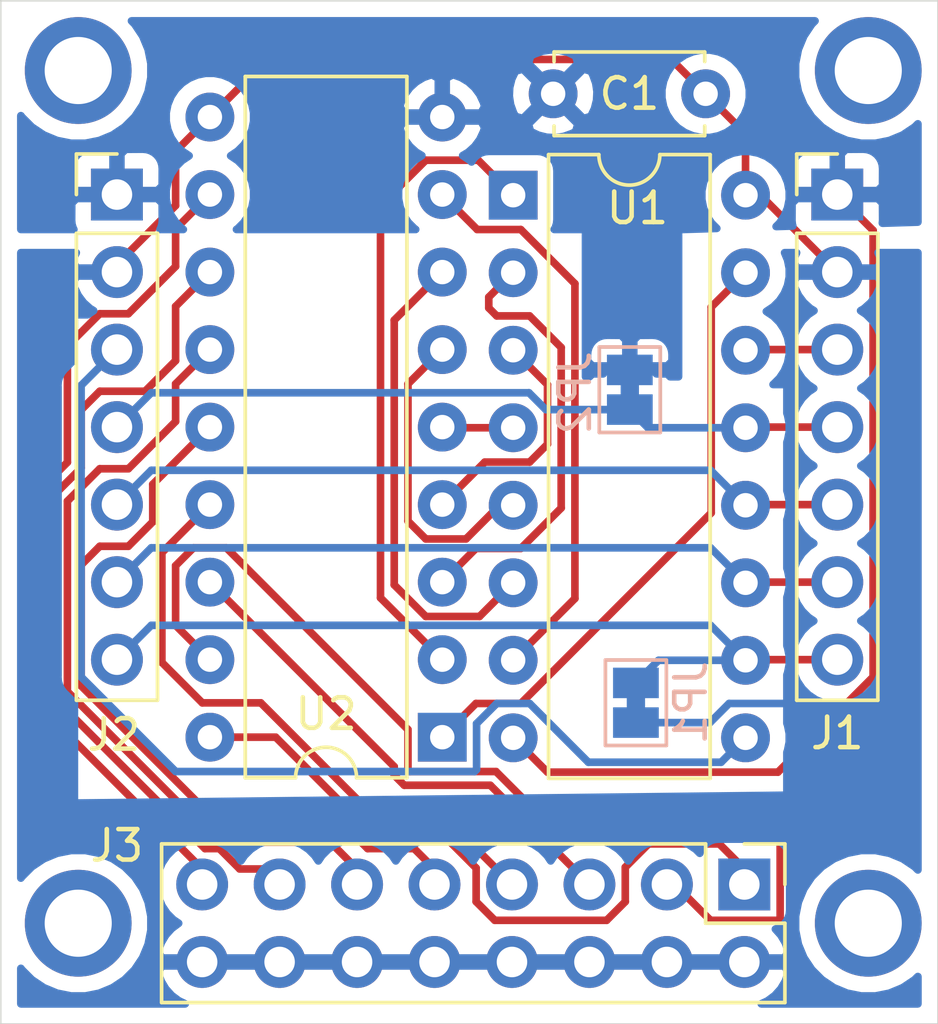
<source format=kicad_pcb>
(kicad_pcb (version 20171130) (host pcbnew 5.1.6+dfsg1-1)

  (general
    (thickness 1.6)
    (drawings 4)
    (tracks 188)
    (zones 0)
    (modules 12)
    (nets 25)
  )

  (page A4)
  (layers
    (0 F.Cu signal)
    (31 B.Cu signal)
    (32 B.Adhes user)
    (33 F.Adhes user)
    (34 B.Paste user)
    (35 F.Paste user)
    (36 B.SilkS user)
    (37 F.SilkS user)
    (38 B.Mask user)
    (39 F.Mask user)
    (40 Dwgs.User user)
    (41 Cmts.User user)
    (42 Eco1.User user)
    (43 Eco2.User user)
    (44 Edge.Cuts user)
    (45 Margin user)
    (46 B.CrtYd user)
    (47 F.CrtYd user)
    (48 B.Fab user)
    (49 F.Fab user)
  )

  (setup
    (last_trace_width 0.25)
    (trace_clearance 0.2)
    (zone_clearance 0.508)
    (zone_45_only no)
    (trace_min 0.2)
    (via_size 0.8)
    (via_drill 0.4)
    (via_min_size 0.4)
    (via_min_drill 0.3)
    (uvia_size 0.3)
    (uvia_drill 0.1)
    (uvias_allowed no)
    (uvia_min_size 0.2)
    (uvia_min_drill 0.1)
    (edge_width 0.05)
    (segment_width 0.2)
    (pcb_text_width 0.3)
    (pcb_text_size 1.5 1.5)
    (mod_edge_width 0.12)
    (mod_text_size 1 1)
    (mod_text_width 0.15)
    (pad_size 1.7 1.7)
    (pad_drill 1)
    (pad_to_mask_clearance 0.05)
    (aux_axis_origin 0 0)
    (visible_elements FFFFFF7F)
    (pcbplotparams
      (layerselection 0x010fc_ffffffff)
      (usegerberextensions false)
      (usegerberattributes true)
      (usegerberadvancedattributes true)
      (creategerberjobfile true)
      (excludeedgelayer true)
      (linewidth 0.100000)
      (plotframeref false)
      (viasonmask false)
      (mode 1)
      (useauxorigin false)
      (hpglpennumber 1)
      (hpglpenspeed 20)
      (hpglpendiameter 15.000000)
      (psnegative false)
      (psa4output false)
      (plotreference true)
      (plotvalue true)
      (plotinvisibletext false)
      (padsonsilk false)
      (subtractmaskfromsilk false)
      (outputformat 1)
      (mirror false)
      (drillshape 1)
      (scaleselection 1)
      (outputdirectory ""))
  )

  (net 0 "")
  (net 1 VCC)
  (net 2 GND)
  (net 3 "Net-(J1-Pad3)")
  (net 4 /SRCLR)
  (net 5 "Net-(J1-Pad6)")
  (net 6 /OE)
  (net 7 "Net-(J2-Pad3)")
  (net 8 "Net-(J1-Pad5)")
  (net 9 "Net-(J3-Pad8)")
  (net 10 "Net-(J3-Pad7)")
  (net 11 "Net-(J3-Pad6)")
  (net 12 "Net-(J3-Pad5)")
  (net 13 "Net-(J3-Pad4)")
  (net 14 "Net-(J3-Pad3)")
  (net 15 "Net-(J3-Pad2)")
  (net 16 "Net-(J3-Pad1)")
  (net 17 "Net-(U1-Pad1)")
  (net 18 "Net-(U1-Pad2)")
  (net 19 "Net-(U1-Pad3)")
  (net 20 "Net-(U1-Pad4)")
  (net 21 "Net-(U1-Pad5)")
  (net 22 "Net-(U1-Pad6)")
  (net 23 "Net-(U1-Pad7)")
  (net 24 "Net-(U1-Pad15)")

  (net_class Default "This is the default net class."
    (clearance 0.2)
    (trace_width 0.25)
    (via_dia 0.8)
    (via_drill 0.4)
    (uvia_dia 0.3)
    (uvia_drill 0.1)
    (add_net /OE)
    (add_net /SRCLR)
    (add_net GND)
    (add_net "Net-(J1-Pad3)")
    (add_net "Net-(J1-Pad5)")
    (add_net "Net-(J1-Pad6)")
    (add_net "Net-(J2-Pad3)")
    (add_net "Net-(J3-Pad1)")
    (add_net "Net-(J3-Pad2)")
    (add_net "Net-(J3-Pad3)")
    (add_net "Net-(J3-Pad4)")
    (add_net "Net-(J3-Pad5)")
    (add_net "Net-(J3-Pad6)")
    (add_net "Net-(J3-Pad7)")
    (add_net "Net-(J3-Pad8)")
    (add_net "Net-(U1-Pad1)")
    (add_net "Net-(U1-Pad15)")
    (add_net "Net-(U1-Pad2)")
    (add_net "Net-(U1-Pad3)")
    (add_net "Net-(U1-Pad4)")
    (add_net "Net-(U1-Pad5)")
    (add_net "Net-(U1-Pad6)")
    (add_net "Net-(U1-Pad7)")
    (add_net VCC)
  )

  (module MountingHole:MountingHole_2.2mm_M2_ISO7380_Pad (layer F.Cu) (tedit 56D1B4CB) (tstamp 5F4F5546)
    (at 147.32 78.74)
    (descr "Mounting Hole 2.2mm, M2, ISO7380")
    (tags "mounting hole 2.2mm m2 iso7380")
    (attr virtual)
    (fp_text reference REF** (at 0 -2.75) (layer F.SilkS) hide
      (effects (font (size 1 1) (thickness 0.15)))
    )
    (fp_text value MountingHole_2.2mm_M2_ISO7380_Pad (at 0 2.75) (layer F.Fab) hide
      (effects (font (size 1 1) (thickness 0.15)))
    )
    (fp_circle (center 0 0) (end 2 0) (layer F.CrtYd) (width 0.05))
    (fp_circle (center 0 0) (end 1.75 0) (layer Cmts.User) (width 0.15))
    (fp_text user %R (at 0.3 0) (layer F.Fab) hide
      (effects (font (size 1 1) (thickness 0.15)))
    )
    (pad 1 thru_hole circle (at 0 0) (size 3.5 3.5) (drill 2.2) (layers *.Cu *.Mask))
  )

  (module MountingHole:MountingHole_2.2mm_M2_ISO7380_Pad (layer F.Cu) (tedit 56D1B4CB) (tstamp 5F4F553F)
    (at 121.412 78.74)
    (descr "Mounting Hole 2.2mm, M2, ISO7380")
    (tags "mounting hole 2.2mm m2 iso7380")
    (attr virtual)
    (fp_text reference REF** (at 0 -2.75) (layer F.SilkS) hide
      (effects (font (size 1 1) (thickness 0.15)))
    )
    (fp_text value MountingHole_2.2mm_M2_ISO7380_Pad (at 0 2.75) (layer F.Fab) hide
      (effects (font (size 1 1) (thickness 0.15)))
    )
    (fp_text user %R (at 0.3 0) (layer F.Fab) hide
      (effects (font (size 1 1) (thickness 0.15)))
    )
    (fp_circle (center 0 0) (end 1.75 0) (layer Cmts.User) (width 0.15))
    (fp_circle (center 0 0) (end 2 0) (layer F.CrtYd) (width 0.05))
    (pad 1 thru_hole circle (at 0 0) (size 3.5 3.5) (drill 2.2) (layers *.Cu *.Mask))
  )

  (module MountingHole:MountingHole_2.2mm_M2_ISO7380_Pad (layer F.Cu) (tedit 56D1B4CB) (tstamp 5F4F5529)
    (at 121.412 106.68)
    (descr "Mounting Hole 2.2mm, M2, ISO7380")
    (tags "mounting hole 2.2mm m2 iso7380")
    (attr virtual)
    (fp_text reference REF** (at 0 -2.75) (layer F.SilkS) hide
      (effects (font (size 1 1) (thickness 0.15)))
    )
    (fp_text value MountingHole_2.2mm_M2_ISO7380_Pad (at 0 2.75) (layer F.Fab) hide
      (effects (font (size 1 1) (thickness 0.15)))
    )
    (fp_circle (center 0 0) (end 2 0) (layer F.CrtYd) (width 0.05))
    (fp_circle (center 0 0) (end 1.75 0) (layer Cmts.User) (width 0.15))
    (fp_text user %R (at 0.3 0) (layer F.Fab) hide
      (effects (font (size 1 1) (thickness 0.15)))
    )
    (pad 1 thru_hole circle (at 0 0) (size 3.5 3.5) (drill 2.2) (layers *.Cu *.Mask))
  )

  (module MountingHole:MountingHole_2.2mm_M2_ISO7380_Pad (layer F.Cu) (tedit 56D1B4CB) (tstamp 5F4F5508)
    (at 147.32 106.68)
    (descr "Mounting Hole 2.2mm, M2, ISO7380")
    (tags "mounting hole 2.2mm m2 iso7380")
    (attr virtual)
    (fp_text reference REF** (at 0 -2.75) (layer F.SilkS) hide
      (effects (font (size 1 1) (thickness 0.15)))
    )
    (fp_text value MountingHole_2.2mm_M2_ISO7380_Pad (at 0 2.75) (layer F.Fab) hide
      (effects (font (size 1 1) (thickness 0.15)))
    )
    (fp_text user %R (at 0.3 0) (layer F.Fab) hide
      (effects (font (size 1 1) (thickness 0.15)))
    )
    (fp_circle (center 0 0) (end 1.75 0) (layer Cmts.User) (width 0.15))
    (fp_circle (center 0 0) (end 2 0) (layer F.CrtYd) (width 0.05))
    (pad 1 thru_hole circle (at 0 0) (size 3.5 3.5) (drill 2.2) (layers *.Cu *.Mask))
  )

  (module Capacitor_THT:C_Disc_D4.7mm_W2.5mm_P5.00mm (layer F.Cu) (tedit 5AE50EF0) (tstamp 5F3B6655)
    (at 141.986 79.502 180)
    (descr "C, Disc series, Radial, pin pitch=5.00mm, , diameter*width=4.7*2.5mm^2, Capacitor, http://www.vishay.com/docs/45233/krseries.pdf")
    (tags "C Disc series Radial pin pitch 5.00mm  diameter 4.7mm width 2.5mm Capacitor")
    (path /5F3B18C7)
    (fp_text reference C1 (at 2.5 0) (layer F.SilkS)
      (effects (font (size 1 1) (thickness 0.15)))
    )
    (fp_text value 100nF (at -3.288 0.002) (layer F.Fab)
      (effects (font (size 1 1) (thickness 0.15)))
    )
    (fp_line (start 6.05 -1.5) (end -1.05 -1.5) (layer F.CrtYd) (width 0.05))
    (fp_line (start 6.05 1.5) (end 6.05 -1.5) (layer F.CrtYd) (width 0.05))
    (fp_line (start -1.05 1.5) (end 6.05 1.5) (layer F.CrtYd) (width 0.05))
    (fp_line (start -1.05 -1.5) (end -1.05 1.5) (layer F.CrtYd) (width 0.05))
    (fp_line (start 4.97 1.055) (end 4.97 1.37) (layer F.SilkS) (width 0.12))
    (fp_line (start 4.97 -1.37) (end 4.97 -1.055) (layer F.SilkS) (width 0.12))
    (fp_line (start 0.03 1.055) (end 0.03 1.37) (layer F.SilkS) (width 0.12))
    (fp_line (start 0.03 -1.37) (end 0.03 -1.055) (layer F.SilkS) (width 0.12))
    (fp_line (start 0.03 1.37) (end 4.97 1.37) (layer F.SilkS) (width 0.12))
    (fp_line (start 0.03 -1.37) (end 4.97 -1.37) (layer F.SilkS) (width 0.12))
    (fp_line (start 4.85 -1.25) (end 0.15 -1.25) (layer F.Fab) (width 0.1))
    (fp_line (start 4.85 1.25) (end 4.85 -1.25) (layer F.Fab) (width 0.1))
    (fp_line (start 0.15 1.25) (end 4.85 1.25) (layer F.Fab) (width 0.1))
    (fp_line (start 0.15 -1.25) (end 0.15 1.25) (layer F.Fab) (width 0.1))
    (fp_text user %R (at 2.5 0) (layer F.Fab)
      (effects (font (size 0.94 0.94) (thickness 0.141)))
    )
    (pad 1 thru_hole circle (at 0 0 180) (size 1.6 1.6) (drill 0.8) (layers *.Cu *.Mask)
      (net 1 VCC))
    (pad 2 thru_hole circle (at 5 0 180) (size 1.6 1.6) (drill 0.8) (layers *.Cu *.Mask)
      (net 2 GND))
    (model ${KISYS3DMOD}/Capacitor_THT.3dshapes/C_Disc_D4.7mm_W2.5mm_P5.00mm.wrl
      (at (xyz 0 0 0))
      (scale (xyz 1 1 1))
      (rotate (xyz 0 0 0))
    )
  )

  (module Jumper:SolderJumper-2_P1.3mm_Bridged_Pad1.0x1.5mm (layer B.Cu) (tedit 5C756AB2) (tstamp 5F3B669C)
    (at 139.7 99.456 90)
    (descr "SMD Solder Jumper, 1x1.5mm Pads, 0.3mm gap, bridged with 1 copper strip")
    (tags "solder jumper open")
    (path /5F3FACF6)
    (attr virtual)
    (fp_text reference JP1 (at 0 1.8 90) (layer B.SilkS)
      (effects (font (size 1 1) (thickness 0.15)) (justify mirror))
    )
    (fp_text value "SRCLR Override" (at 0 -1.9 90) (layer B.Fab)
      (effects (font (size 1 1) (thickness 0.15)) (justify mirror))
    )
    (fp_poly (pts (xy -0.25 0.3) (xy 0.25 0.3) (xy 0.25 -0.3) (xy -0.25 -0.3)) (layer B.Cu) (width 0))
    (fp_line (start 1.65 -1.25) (end -1.65 -1.25) (layer B.CrtYd) (width 0.05))
    (fp_line (start 1.65 -1.25) (end 1.65 1.25) (layer B.CrtYd) (width 0.05))
    (fp_line (start -1.65 1.25) (end -1.65 -1.25) (layer B.CrtYd) (width 0.05))
    (fp_line (start -1.65 1.25) (end 1.65 1.25) (layer B.CrtYd) (width 0.05))
    (fp_line (start -1.4 1) (end 1.4 1) (layer B.SilkS) (width 0.12))
    (fp_line (start 1.4 1) (end 1.4 -1) (layer B.SilkS) (width 0.12))
    (fp_line (start 1.4 -1) (end -1.4 -1) (layer B.SilkS) (width 0.12))
    (fp_line (start -1.4 -1) (end -1.4 1) (layer B.SilkS) (width 0.12))
    (pad 1 smd rect (at -0.65 0 90) (size 1 1.5) (layers B.Cu B.Mask)
      (net 1 VCC))
    (pad 2 smd rect (at 0.65 0 90) (size 1 1.5) (layers B.Cu B.Mask)
      (net 4 /SRCLR))
  )

  (module Jumper:SolderJumper-2_P1.3mm_Bridged_Pad1.0x1.5mm (layer B.Cu) (tedit 5C756AB2) (tstamp 5F3B66AB)
    (at 139.5 89.2 90)
    (descr "SMD Solder Jumper, 1x1.5mm Pads, 0.3mm gap, bridged with 1 copper strip")
    (tags "solder jumper open")
    (path /5F3F9AAB)
    (attr virtual)
    (fp_text reference JP2 (at -0.1 -1.8 90) (layer B.SilkS)
      (effects (font (size 1 1) (thickness 0.15)) (justify mirror))
    )
    (fp_text value "OE Override" (at 0 -1.9 90) (layer B.Fab)
      (effects (font (size 1 1) (thickness 0.15)) (justify mirror))
    )
    (fp_line (start -1.4 -1) (end -1.4 1) (layer B.SilkS) (width 0.12))
    (fp_line (start 1.4 -1) (end -1.4 -1) (layer B.SilkS) (width 0.12))
    (fp_line (start 1.4 1) (end 1.4 -1) (layer B.SilkS) (width 0.12))
    (fp_line (start -1.4 1) (end 1.4 1) (layer B.SilkS) (width 0.12))
    (fp_line (start -1.65 1.25) (end 1.65 1.25) (layer B.CrtYd) (width 0.05))
    (fp_line (start -1.65 1.25) (end -1.65 -1.25) (layer B.CrtYd) (width 0.05))
    (fp_line (start 1.65 -1.25) (end 1.65 1.25) (layer B.CrtYd) (width 0.05))
    (fp_line (start 1.65 -1.25) (end -1.65 -1.25) (layer B.CrtYd) (width 0.05))
    (fp_poly (pts (xy -0.25 0.3) (xy 0.25 0.3) (xy 0.25 -0.3) (xy -0.25 -0.3)) (layer B.Cu) (width 0))
    (pad 2 smd rect (at 0.65 0 90) (size 1 1.5) (layers B.Cu B.Mask)
      (net 2 GND))
    (pad 1 smd rect (at -0.65 0 90) (size 1 1.5) (layers B.Cu B.Mask)
      (net 6 /OE))
  )

  (module Package_DIP:DIP-16_W7.62mm (layer F.Cu) (tedit 5A02E8C5) (tstamp 5F3B6817)
    (at 135.675001 82.825001)
    (descr "16-lead though-hole mounted DIP package, row spacing 7.62 mm (300 mils)")
    (tags "THT DIP DIL PDIP 2.54mm 7.62mm 300mil")
    (path /5F3B059D)
    (fp_text reference U1 (at 4.074999 0.424999) (layer F.SilkS)
      (effects (font (size 1 1) (thickness 0.15)))
    )
    (fp_text value 74HC595 (at 4.024999 11.662999 270) (layer F.Fab)
      (effects (font (size 1 1) (thickness 0.15)))
    )
    (fp_line (start 8.7 -1.55) (end -1.1 -1.55) (layer F.CrtYd) (width 0.05))
    (fp_line (start 8.7 19.3) (end 8.7 -1.55) (layer F.CrtYd) (width 0.05))
    (fp_line (start -1.1 19.3) (end 8.7 19.3) (layer F.CrtYd) (width 0.05))
    (fp_line (start -1.1 -1.55) (end -1.1 19.3) (layer F.CrtYd) (width 0.05))
    (fp_line (start 6.46 -1.33) (end 4.81 -1.33) (layer F.SilkS) (width 0.12))
    (fp_line (start 6.46 19.11) (end 6.46 -1.33) (layer F.SilkS) (width 0.12))
    (fp_line (start 1.16 19.11) (end 6.46 19.11) (layer F.SilkS) (width 0.12))
    (fp_line (start 1.16 -1.33) (end 1.16 19.11) (layer F.SilkS) (width 0.12))
    (fp_line (start 2.81 -1.33) (end 1.16 -1.33) (layer F.SilkS) (width 0.12))
    (fp_line (start 0.635 -0.27) (end 1.635 -1.27) (layer F.Fab) (width 0.1))
    (fp_line (start 0.635 19.05) (end 0.635 -0.27) (layer F.Fab) (width 0.1))
    (fp_line (start 6.985 19.05) (end 0.635 19.05) (layer F.Fab) (width 0.1))
    (fp_line (start 6.985 -1.27) (end 6.985 19.05) (layer F.Fab) (width 0.1))
    (fp_line (start 1.635 -1.27) (end 6.985 -1.27) (layer F.Fab) (width 0.1))
    (fp_arc (start 3.81 -1.33) (end 2.81 -1.33) (angle -180) (layer F.SilkS) (width 0.12))
    (fp_text user %R (at 4.074999 0.424999) (layer F.Fab)
      (effects (font (size 1 1) (thickness 0.15)))
    )
    (pad 1 thru_hole rect (at 0 0) (size 1.6 1.6) (drill 0.8) (layers *.Cu *.Mask)
      (net 17 "Net-(U1-Pad1)"))
    (pad 9 thru_hole oval (at 7.62 17.78) (size 1.6 1.6) (drill 0.8) (layers *.Cu *.Mask)
      (net 7 "Net-(J2-Pad3)"))
    (pad 2 thru_hole oval (at 0 2.54) (size 1.6 1.6) (drill 0.8) (layers *.Cu *.Mask)
      (net 18 "Net-(U1-Pad2)"))
    (pad 10 thru_hole oval (at 7.62 15.24) (size 1.6 1.6) (drill 0.8) (layers *.Cu *.Mask)
      (net 4 /SRCLR))
    (pad 3 thru_hole oval (at 0 5.08) (size 1.6 1.6) (drill 0.8) (layers *.Cu *.Mask)
      (net 19 "Net-(U1-Pad3)"))
    (pad 11 thru_hole oval (at 7.62 12.7) (size 1.6 1.6) (drill 0.8) (layers *.Cu *.Mask)
      (net 5 "Net-(J1-Pad6)"))
    (pad 4 thru_hole oval (at 0 7.62) (size 1.6 1.6) (drill 0.8) (layers *.Cu *.Mask)
      (net 20 "Net-(U1-Pad4)"))
    (pad 12 thru_hole oval (at 7.62 10.16) (size 1.6 1.6) (drill 0.8) (layers *.Cu *.Mask)
      (net 8 "Net-(J1-Pad5)"))
    (pad 5 thru_hole oval (at 0 10.16) (size 1.6 1.6) (drill 0.8) (layers *.Cu *.Mask)
      (net 21 "Net-(U1-Pad5)"))
    (pad 13 thru_hole oval (at 7.62 7.62) (size 1.6 1.6) (drill 0.8) (layers *.Cu *.Mask)
      (net 6 /OE))
    (pad 6 thru_hole oval (at 0 12.7) (size 1.6 1.6) (drill 0.8) (layers *.Cu *.Mask)
      (net 22 "Net-(U1-Pad6)"))
    (pad 14 thru_hole oval (at 7.62 5.08) (size 1.6 1.6) (drill 0.8) (layers *.Cu *.Mask)
      (net 3 "Net-(J1-Pad3)"))
    (pad 7 thru_hole oval (at 0 15.24) (size 1.6 1.6) (drill 0.8) (layers *.Cu *.Mask)
      (net 23 "Net-(U1-Pad7)"))
    (pad 15 thru_hole oval (at 7.62 2.54) (size 1.6 1.6) (drill 0.8) (layers *.Cu *.Mask)
      (net 24 "Net-(U1-Pad15)"))
    (pad 8 thru_hole oval (at 0 17.78) (size 1.6 1.6) (drill 0.8) (layers *.Cu *.Mask)
      (net 2 GND))
    (pad 16 thru_hole oval (at 7.62 0) (size 1.6 1.6) (drill 0.8) (layers *.Cu *.Mask)
      (net 1 VCC))
    (model ${KISYS3DMOD}/Package_DIP.3dshapes/DIP-16_W7.62mm.wrl
      (at (xyz 0 0 0))
      (scale (xyz 1 1 1))
      (rotate (xyz 0 0 0))
    )
  )

  (module Connector_PinHeader_2.54mm:PinHeader_1x07_P2.54mm_Vertical (layer F.Cu) (tedit 59FED5CC) (tstamp 5F3C01C9)
    (at 146.304 82.804)
    (descr "Through hole straight pin header, 1x07, 2.54mm pitch, single row")
    (tags "Through hole pin header THT 1x07 2.54mm single row")
    (path /5F3C717A)
    (fp_text reference J1 (at 0 17.65) (layer F.SilkS)
      (effects (font (size 1 1) (thickness 0.15)))
    )
    (fp_text value Input (at -1.966 14.532 90) (layer F.Fab)
      (effects (font (size 1 1) (thickness 0.15)))
    )
    (fp_line (start -0.635 -1.27) (end 1.27 -1.27) (layer F.Fab) (width 0.1))
    (fp_line (start 1.27 -1.27) (end 1.27 16.51) (layer F.Fab) (width 0.1))
    (fp_line (start 1.27 16.51) (end -1.27 16.51) (layer F.Fab) (width 0.1))
    (fp_line (start -1.27 16.51) (end -1.27 -0.635) (layer F.Fab) (width 0.1))
    (fp_line (start -1.27 -0.635) (end -0.635 -1.27) (layer F.Fab) (width 0.1))
    (fp_line (start -1.33 16.57) (end 1.33 16.57) (layer F.SilkS) (width 0.12))
    (fp_line (start -1.33 1.27) (end -1.33 16.57) (layer F.SilkS) (width 0.12))
    (fp_line (start 1.33 1.27) (end 1.33 16.57) (layer F.SilkS) (width 0.12))
    (fp_line (start -1.33 1.27) (end 1.33 1.27) (layer F.SilkS) (width 0.12))
    (fp_line (start -1.33 0) (end -1.33 -1.33) (layer F.SilkS) (width 0.12))
    (fp_line (start -1.33 -1.33) (end 0 -1.33) (layer F.SilkS) (width 0.12))
    (fp_line (start -1.8 -1.8) (end -1.8 17.05) (layer F.CrtYd) (width 0.05))
    (fp_line (start -1.8 17.05) (end 1.8 17.05) (layer F.CrtYd) (width 0.05))
    (fp_line (start 1.8 17.05) (end 1.8 -1.8) (layer F.CrtYd) (width 0.05))
    (fp_line (start 1.8 -1.8) (end -1.8 -1.8) (layer F.CrtYd) (width 0.05))
    (fp_text user %R (at 0 7.62 90) (layer F.Fab)
      (effects (font (size 1 1) (thickness 0.15)))
    )
    (pad 7 thru_hole oval (at 0 15.24) (size 1.7 1.7) (drill 1) (layers *.Cu *.Mask)
      (net 4 /SRCLR))
    (pad 6 thru_hole oval (at 0 12.7) (size 1.7 1.7) (drill 1) (layers *.Cu *.Mask)
      (net 5 "Net-(J1-Pad6)"))
    (pad 5 thru_hole oval (at 0 10.16) (size 1.7 1.7) (drill 1) (layers *.Cu *.Mask)
      (net 8 "Net-(J1-Pad5)"))
    (pad 4 thru_hole oval (at 0 7.62) (size 1.7 1.7) (drill 1) (layers *.Cu *.Mask)
      (net 6 /OE))
    (pad 3 thru_hole oval (at 0 5.08) (size 1.7 1.7) (drill 1) (layers *.Cu *.Mask)
      (net 3 "Net-(J1-Pad3)"))
    (pad 2 thru_hole oval (at 0 2.54) (size 1.7 1.7) (drill 1) (layers *.Cu *.Mask)
      (net 1 VCC))
    (pad 1 thru_hole rect (at 0 0) (size 1.7 1.7) (drill 1) (layers *.Cu *.Mask)
      (net 2 GND))
    (model ${KISYS3DMOD}/Connector_PinHeader_2.54mm.3dshapes/PinHeader_1x07_P2.54mm_Vertical.wrl
      (at (xyz 0 0 0))
      (scale (xyz 1 1 1))
      (rotate (xyz 0 0 0))
    )
  )

  (module Connector_PinHeader_2.54mm:PinHeader_1x07_P2.54mm_Vertical (layer F.Cu) (tedit 59FED5CC) (tstamp 5F3C01FD)
    (at 122.682 82.804)
    (descr "Through hole straight pin header, 1x07, 2.54mm pitch, single row")
    (tags "Through hole pin header THT 1x07 2.54mm single row")
    (path /5F3C33FC)
    (fp_text reference J2 (at -0.1 17.7) (layer F.SilkS)
      (effects (font (size 1 1) (thickness 0.15)))
    )
    (fp_text value Chain (at -1.856 14.328 270) (layer F.Fab)
      (effects (font (size 1 1) (thickness 0.15)))
    )
    (fp_line (start 1.8 -1.8) (end -1.8 -1.8) (layer F.CrtYd) (width 0.05))
    (fp_line (start 1.8 17.05) (end 1.8 -1.8) (layer F.CrtYd) (width 0.05))
    (fp_line (start -1.8 17.05) (end 1.8 17.05) (layer F.CrtYd) (width 0.05))
    (fp_line (start -1.8 -1.8) (end -1.8 17.05) (layer F.CrtYd) (width 0.05))
    (fp_line (start -1.33 -1.33) (end 0 -1.33) (layer F.SilkS) (width 0.12))
    (fp_line (start -1.33 0) (end -1.33 -1.33) (layer F.SilkS) (width 0.12))
    (fp_line (start -1.33 1.27) (end 1.33 1.27) (layer F.SilkS) (width 0.12))
    (fp_line (start 1.33 1.27) (end 1.33 16.57) (layer F.SilkS) (width 0.12))
    (fp_line (start -1.33 1.27) (end -1.33 16.57) (layer F.SilkS) (width 0.12))
    (fp_line (start -1.33 16.57) (end 1.33 16.57) (layer F.SilkS) (width 0.12))
    (fp_line (start -1.27 -0.635) (end -0.635 -1.27) (layer F.Fab) (width 0.1))
    (fp_line (start -1.27 16.51) (end -1.27 -0.635) (layer F.Fab) (width 0.1))
    (fp_line (start 1.27 16.51) (end -1.27 16.51) (layer F.Fab) (width 0.1))
    (fp_line (start 1.27 -1.27) (end 1.27 16.51) (layer F.Fab) (width 0.1))
    (fp_line (start -0.635 -1.27) (end 1.27 -1.27) (layer F.Fab) (width 0.1))
    (fp_text user %R (at 0 7.62 90) (layer F.Fab)
      (effects (font (size 1 1) (thickness 0.15)))
    )
    (pad 1 thru_hole rect (at 0 0) (size 1.7 1.7) (drill 1) (layers *.Cu *.Mask)
      (net 2 GND))
    (pad 2 thru_hole oval (at 0 2.54) (size 1.7 1.7) (drill 1) (layers *.Cu *.Mask)
      (net 1 VCC))
    (pad 3 thru_hole oval (at 0 5.08) (size 1.7 1.7) (drill 1) (layers *.Cu *.Mask)
      (net 7 "Net-(J2-Pad3)"))
    (pad 4 thru_hole oval (at 0 7.62) (size 1.7 1.7) (drill 1) (layers *.Cu *.Mask)
      (net 6 /OE))
    (pad 5 thru_hole oval (at 0 10.16) (size 1.7 1.7) (drill 1) (layers *.Cu *.Mask)
      (net 8 "Net-(J1-Pad5)"))
    (pad 6 thru_hole oval (at 0 12.7) (size 1.7 1.7) (drill 1) (layers *.Cu *.Mask)
      (net 5 "Net-(J1-Pad6)"))
    (pad 7 thru_hole oval (at 0 15.24) (size 1.7 1.7) (drill 1) (layers *.Cu *.Mask)
      (net 4 /SRCLR))
    (model ${KISYS3DMOD}/Connector_PinHeader_2.54mm.3dshapes/PinHeader_1x07_P2.54mm_Vertical.wrl
      (at (xyz 0 0 0))
      (scale (xyz 1 1 1))
      (rotate (xyz 0 0 0))
    )
  )

  (module Package_DIP:DIP-18_W7.62mm (layer F.Cu) (tedit 5A02E8C5) (tstamp 5F4C031A)
    (at 133.35 100.584 180)
    (descr "18-lead though-hole mounted DIP package, row spacing 7.62 mm (300 mils)")
    (tags "THT DIP DIL PDIP 2.54mm 7.62mm 300mil")
    (path /5F4C5AD5)
    (fp_text reference U2 (at 3.81 0.762) (layer F.SilkS)
      (effects (font (size 1 1) (thickness 0.15)))
    )
    (fp_text value ULN2803A (at 3.81 6.096 90) (layer F.Fab)
      (effects (font (size 1 1) (thickness 0.15)))
    )
    (fp_line (start 1.635 -1.27) (end 6.985 -1.27) (layer F.Fab) (width 0.1))
    (fp_line (start 6.985 -1.27) (end 6.985 21.59) (layer F.Fab) (width 0.1))
    (fp_line (start 6.985 21.59) (end 0.635 21.59) (layer F.Fab) (width 0.1))
    (fp_line (start 0.635 21.59) (end 0.635 -0.27) (layer F.Fab) (width 0.1))
    (fp_line (start 0.635 -0.27) (end 1.635 -1.27) (layer F.Fab) (width 0.1))
    (fp_line (start 2.81 -1.33) (end 1.16 -1.33) (layer F.SilkS) (width 0.12))
    (fp_line (start 1.16 -1.33) (end 1.16 21.65) (layer F.SilkS) (width 0.12))
    (fp_line (start 1.16 21.65) (end 6.46 21.65) (layer F.SilkS) (width 0.12))
    (fp_line (start 6.46 21.65) (end 6.46 -1.33) (layer F.SilkS) (width 0.12))
    (fp_line (start 6.46 -1.33) (end 4.81 -1.33) (layer F.SilkS) (width 0.12))
    (fp_line (start -1.1 -1.55) (end -1.1 21.85) (layer F.CrtYd) (width 0.05))
    (fp_line (start -1.1 21.85) (end 8.7 21.85) (layer F.CrtYd) (width 0.05))
    (fp_line (start 8.7 21.85) (end 8.7 -1.55) (layer F.CrtYd) (width 0.05))
    (fp_line (start 8.7 -1.55) (end -1.1 -1.55) (layer F.CrtYd) (width 0.05))
    (fp_arc (start 3.81 -1.33) (end 2.81 -1.33) (angle -180) (layer F.SilkS) (width 0.12))
    (fp_text user %R (at 3.81 0.762) (layer F.Fab)
      (effects (font (size 1 1) (thickness 0.15)))
    )
    (pad 1 thru_hole rect (at 0 0 180) (size 1.6 1.6) (drill 0.8) (layers *.Cu *.Mask)
      (net 24 "Net-(U1-Pad15)"))
    (pad 10 thru_hole oval (at 7.62 20.32 180) (size 1.6 1.6) (drill 0.8) (layers *.Cu *.Mask)
      (net 1 VCC))
    (pad 2 thru_hole oval (at 0 2.54 180) (size 1.6 1.6) (drill 0.8) (layers *.Cu *.Mask)
      (net 17 "Net-(U1-Pad1)"))
    (pad 11 thru_hole oval (at 7.62 17.78 180) (size 1.6 1.6) (drill 0.8) (layers *.Cu *.Mask)
      (net 9 "Net-(J3-Pad8)"))
    (pad 3 thru_hole oval (at 0 5.08 180) (size 1.6 1.6) (drill 0.8) (layers *.Cu *.Mask)
      (net 18 "Net-(U1-Pad2)"))
    (pad 12 thru_hole oval (at 7.62 15.24 180) (size 1.6 1.6) (drill 0.8) (layers *.Cu *.Mask)
      (net 10 "Net-(J3-Pad7)"))
    (pad 4 thru_hole oval (at 0 7.62 180) (size 1.6 1.6) (drill 0.8) (layers *.Cu *.Mask)
      (net 19 "Net-(U1-Pad3)"))
    (pad 13 thru_hole oval (at 7.62 12.7 180) (size 1.6 1.6) (drill 0.8) (layers *.Cu *.Mask)
      (net 11 "Net-(J3-Pad6)"))
    (pad 5 thru_hole oval (at 0 10.16 180) (size 1.6 1.6) (drill 0.8) (layers *.Cu *.Mask)
      (net 20 "Net-(U1-Pad4)"))
    (pad 14 thru_hole oval (at 7.62 10.16 180) (size 1.6 1.6) (drill 0.8) (layers *.Cu *.Mask)
      (net 12 "Net-(J3-Pad5)"))
    (pad 6 thru_hole oval (at 0 12.7 180) (size 1.6 1.6) (drill 0.8) (layers *.Cu *.Mask)
      (net 21 "Net-(U1-Pad5)"))
    (pad 15 thru_hole oval (at 7.62 7.62 180) (size 1.6 1.6) (drill 0.8) (layers *.Cu *.Mask)
      (net 13 "Net-(J3-Pad4)"))
    (pad 7 thru_hole oval (at 0 15.24 180) (size 1.6 1.6) (drill 0.8) (layers *.Cu *.Mask)
      (net 22 "Net-(U1-Pad6)"))
    (pad 16 thru_hole oval (at 7.62 5.08 180) (size 1.6 1.6) (drill 0.8) (layers *.Cu *.Mask)
      (net 14 "Net-(J3-Pad3)"))
    (pad 8 thru_hole oval (at 0 17.78 180) (size 1.6 1.6) (drill 0.8) (layers *.Cu *.Mask)
      (net 23 "Net-(U1-Pad7)"))
    (pad 17 thru_hole oval (at 7.62 2.54 180) (size 1.6 1.6) (drill 0.8) (layers *.Cu *.Mask)
      (net 15 "Net-(J3-Pad2)"))
    (pad 9 thru_hole oval (at 0 20.32 180) (size 1.6 1.6) (drill 0.8) (layers *.Cu *.Mask)
      (net 2 GND))
    (pad 18 thru_hole oval (at 7.62 0 180) (size 1.6 1.6) (drill 0.8) (layers *.Cu *.Mask)
      (net 16 "Net-(J3-Pad1)"))
    (model ${KISYS3DMOD}/Package_DIP.3dshapes/DIP-18_W7.62mm.wrl
      (at (xyz 0 0 0))
      (scale (xyz 1 1 1))
      (rotate (xyz 0 0 0))
    )
  )

  (module Connector_PinHeader_2.54mm:PinHeader_2x08_P2.54mm_Vertical (layer F.Cu) (tedit 5F4EEA50) (tstamp 5F4D6882)
    (at 143.256 105.41 270)
    (descr "Through hole straight pin header, 2x08, 2.54mm pitch, double rows")
    (tags "Through hole pin header THT 2x08 2.54mm double row")
    (path /5F3C4C2F)
    (fp_text reference J3 (at -1.27 20.574 180) (layer F.SilkS)
      (effects (font (size 1 1) (thickness 0.15)))
    )
    (fp_text value Output (at -2.286 8.89 180) (layer F.Fab)
      (effects (font (size 1 1) (thickness 0.15)))
    )
    (fp_line (start 4.35 -1.8) (end -1.8 -1.8) (layer F.CrtYd) (width 0.05))
    (fp_line (start 4.35 19.55) (end 4.35 -1.8) (layer F.CrtYd) (width 0.05))
    (fp_line (start -1.8 19.55) (end 4.35 19.55) (layer F.CrtYd) (width 0.05))
    (fp_line (start -1.8 -1.8) (end -1.8 19.55) (layer F.CrtYd) (width 0.05))
    (fp_line (start -1.33 -1.33) (end 0 -1.33) (layer F.SilkS) (width 0.12))
    (fp_line (start -1.33 0) (end -1.33 -1.33) (layer F.SilkS) (width 0.12))
    (fp_line (start 1.27 -1.33) (end 3.87 -1.33) (layer F.SilkS) (width 0.12))
    (fp_line (start 1.27 1.27) (end 1.27 -1.33) (layer F.SilkS) (width 0.12))
    (fp_line (start -1.33 1.27) (end 1.27 1.27) (layer F.SilkS) (width 0.12))
    (fp_line (start 3.87 -1.33) (end 3.87 19.11) (layer F.SilkS) (width 0.12))
    (fp_line (start -1.33 1.27) (end -1.33 19.11) (layer F.SilkS) (width 0.12))
    (fp_line (start -1.33 19.11) (end 3.87 19.11) (layer F.SilkS) (width 0.12))
    (fp_line (start -1.27 0) (end 0 -1.27) (layer F.Fab) (width 0.1))
    (fp_line (start -1.27 19.05) (end -1.27 0) (layer F.Fab) (width 0.1))
    (fp_line (start 3.81 19.05) (end -1.27 19.05) (layer F.Fab) (width 0.1))
    (fp_line (start 3.81 -1.27) (end 3.81 19.05) (layer F.Fab) (width 0.1))
    (fp_line (start 0 -1.27) (end 3.81 -1.27) (layer F.Fab) (width 0.1))
    (fp_text user %R (at 1.27 8.89) (layer F.Fab)
      (effects (font (size 1 1) (thickness 0.15)))
    )
    (pad 1 thru_hole rect (at 0 0 270) (size 1.7 1.7) (drill 1) (layers *.Cu *.Mask)
      (net 16 "Net-(J3-Pad1)"))
    (pad 9 thru_hole oval (at 2.54 0 270) (size 1.7 1.7) (drill 1) (layers *.Cu *.Mask)
      (net 1 VCC))
    (pad 2 thru_hole oval (at 0 2.54 270) (size 1.7 1.7) (drill 1) (layers *.Cu *.Mask)
      (net 15 "Net-(J3-Pad2)"))
    (pad 10 thru_hole oval (at 2.54 2.54 270) (size 1.7 1.7) (drill 1) (layers *.Cu *.Mask)
      (net 1 VCC))
    (pad 3 thru_hole oval (at 0 5.08 270) (size 1.7 1.7) (drill 1) (layers *.Cu *.Mask)
      (net 14 "Net-(J3-Pad3)"))
    (pad 11 thru_hole oval (at 2.54 5.08 270) (size 1.7 1.7) (drill 1) (layers *.Cu *.Mask)
      (net 1 VCC))
    (pad 4 thru_hole oval (at 0 7.62 270) (size 1.7 1.7) (drill 1) (layers *.Cu *.Mask)
      (net 13 "Net-(J3-Pad4)"))
    (pad 12 thru_hole oval (at 2.54 7.62 270) (size 1.7 1.7) (drill 1) (layers *.Cu *.Mask)
      (net 1 VCC))
    (pad 5 thru_hole oval (at 0 10.16 270) (size 1.7 1.7) (drill 1) (layers *.Cu *.Mask)
      (net 12 "Net-(J3-Pad5)"))
    (pad 13 thru_hole oval (at 2.54 10.16 270) (size 1.7 1.7) (drill 1) (layers *.Cu *.Mask)
      (net 1 VCC))
    (pad 6 thru_hole oval (at 0 12.7 270) (size 1.7 1.7) (drill 1) (layers *.Cu *.Mask)
      (net 11 "Net-(J3-Pad6)"))
    (pad 14 thru_hole oval (at 2.54 12.7 270) (size 1.7 1.7) (drill 1) (layers *.Cu *.Mask)
      (net 1 VCC))
    (pad 7 thru_hole oval (at 0 15.24 270) (size 1.7 1.7) (drill 1) (layers *.Cu *.Mask)
      (net 10 "Net-(J3-Pad7)"))
    (pad 15 thru_hole oval (at 2.54 15.24 270) (size 1.7 1.7) (drill 1) (layers *.Cu *.Mask)
      (net 1 VCC))
    (pad 8 thru_hole oval (at 0 17.78 270) (size 1.7 1.7) (drill 1) (layers *.Cu *.Mask)
      (net 9 "Net-(J3-Pad8)"))
    (pad 16 thru_hole oval (at 2.54 17.78 270) (size 1.7 1.7) (drill 1) (layers *.Cu *.Mask)
      (net 1 VCC))
    (model ${KISYS3DMOD}/Connector_PinHeader_2.54mm.3dshapes/PinHeader_2x08_P2.54mm_Vertical.wrl
      (at (xyz 0 0 0))
      (scale (xyz 1 1 1))
      (rotate (xyz 0 0 0))
    )
  )

  (gr_line (start 118.872 76.454) (end 149.606 76.454) (layer Edge.Cuts) (width 0.05) (tstamp 5F3BE003))
  (gr_line (start 118.872 109.982) (end 118.872 76.454) (layer Edge.Cuts) (width 0.05))
  (gr_line (start 149.606 109.982) (end 118.872 109.982) (layer Edge.Cuts) (width 0.05))
  (gr_line (start 149.606 76.454) (end 149.606 109.982) (layer Edge.Cuts) (width 0.05) (tstamp 5F4EF801))

  (segment (start 143.295001 80.811001) (end 141.986 79.502) (width 0.25) (layer F.Cu) (net 1) (status 20))
  (segment (start 143.295001 82.825001) (end 143.295001 80.811001) (width 0.25) (layer F.Cu) (net 1) (status 10))
  (segment (start 143.785001 82.825001) (end 143.295001 82.825001) (width 0.25) (layer F.Cu) (net 1) (status 30))
  (segment (start 146.304 85.344) (end 143.785001 82.825001) (width 0.25) (layer F.Cu) (net 1) (status 30))
  (segment (start 124.604999 81.389001) (end 125.73 80.264) (width 0.25) (layer F.Cu) (net 1) (status 20))
  (segment (start 124.604999 83.166003) (end 124.604999 81.389001) (width 0.25) (layer F.Cu) (net 1))
  (segment (start 122.682 85.089002) (end 124.604999 83.166003) (width 0.25) (layer F.Cu) (net 1) (status 10))
  (segment (start 122.682 85.344) (end 122.682 85.089002) (width 0.25) (layer F.Cu) (net 1) (status 30))
  (segment (start 140.860999 78.376999) (end 141.986 79.502) (width 0.25) (layer F.Cu) (net 1))
  (segment (start 127.617001 78.376999) (end 140.860999 78.376999) (width 0.25) (layer F.Cu) (net 1))
  (segment (start 125.73 80.264) (end 127.617001 78.376999) (width 0.25) (layer F.Cu) (net 1))
  (segment (start 142.755 99.48) (end 144.692 99.48) (width 0.25) (layer B.Cu) (net 1))
  (segment (start 142.129 100.106) (end 142.755 99.48) (width 0.25) (layer B.Cu) (net 1))
  (segment (start 139.7 100.106) (end 142.129 100.106) (width 0.25) (layer B.Cu) (net 1))
  (segment (start 144.692 99.48) (end 145.454 99.48) (width 0.25) (layer B.Cu) (net 1))
  (segment (start 139.5 88.55) (end 139.5 87.43) (width 0.25) (layer B.Cu) (net 2))
  (segment (start 147.479001 83.979001) (end 146.304 82.804) (width 0.25) (layer F.Cu) (net 2))
  (segment (start 147.479001 98.608001) (end 147.479001 83.979001) (width 0.25) (layer F.Cu) (net 2))
  (segment (start 144.357 101.730002) (end 147.479001 98.608001) (width 0.25) (layer F.Cu) (net 2))
  (segment (start 136.800002 101.730002) (end 144.357 101.730002) (width 0.25) (layer F.Cu) (net 2))
  (segment (start 135.675001 100.605001) (end 136.800002 101.730002) (width 0.25) (layer F.Cu) (net 2))
  (segment (start 143.316002 87.884) (end 143.295001 87.905001) (width 0.25) (layer F.Cu) (net 3) (status 30))
  (segment (start 146.304 87.884) (end 143.316002 87.884) (width 0.25) (layer F.Cu) (net 3) (status 30))
  (segment (start 143.316002 98.044) (end 143.295001 98.065001) (width 0.25) (layer F.Cu) (net 4) (status 30))
  (segment (start 146.304 98.044) (end 143.316002 98.044) (width 0.25) (layer F.Cu) (net 4) (status 30))
  (segment (start 140.440999 98.065001) (end 139.7 98.806) (width 0.25) (layer B.Cu) (net 4) (status 20))
  (segment (start 143.295001 98.065001) (end 140.440999 98.065001) (width 0.25) (layer B.Cu) (net 4) (status 10))
  (segment (start 142.148999 96.918999) (end 143.295001 98.065001) (width 0.25) (layer B.Cu) (net 4) (status 20))
  (segment (start 123.807001 96.918999) (end 142.148999 96.918999) (width 0.25) (layer B.Cu) (net 4))
  (segment (start 122.682 98.044) (end 123.807001 96.918999) (width 0.25) (layer B.Cu) (net 4) (status 10))
  (segment (start 143.316002 95.504) (end 143.295001 95.525001) (width 0.25) (layer F.Cu) (net 5) (status 30))
  (segment (start 146.304 95.504) (end 143.316002 95.504) (width 0.25) (layer F.Cu) (net 5) (status 30))
  (segment (start 123.807001 94.378999) (end 122.682 95.504) (width 0.25) (layer B.Cu) (net 5) (status 20))
  (segment (start 142.148999 94.378999) (end 123.807001 94.378999) (width 0.25) (layer B.Cu) (net 5))
  (segment (start 143.295001 95.525001) (end 142.148999 94.378999) (width 0.25) (layer B.Cu) (net 5) (status 10))
  (segment (start 143.316002 90.424) (end 143.295001 90.445001) (width 0.25) (layer F.Cu) (net 6) (status 30))
  (segment (start 146.304 90.424) (end 143.316002 90.424) (width 0.25) (layer F.Cu) (net 6) (status 30))
  (segment (start 140.095001 90.445001) (end 139.5 89.85) (width 0.25) (layer B.Cu) (net 6) (status 20))
  (segment (start 143.295001 90.445001) (end 140.095001 90.445001) (width 0.25) (layer B.Cu) (net 6) (status 10))
  (segment (start 136.745002 89.85) (end 136.194001 89.298999) (width 0.25) (layer B.Cu) (net 6))
  (segment (start 123.807001 89.298999) (end 122.682 90.424) (width 0.25) (layer B.Cu) (net 6) (status 20))
  (segment (start 136.194001 89.298999) (end 123.807001 89.298999) (width 0.25) (layer B.Cu) (net 6))
  (segment (start 139.5 89.85) (end 136.745002 89.85) (width 0.25) (layer B.Cu) (net 6) (status 10))
  (segment (start 121.506999 98.608001) (end 121.506999 89.059001) (width 0.25) (layer B.Cu) (net 7))
  (segment (start 134.475001 101.644001) (end 134.410001 101.709001) (width 0.25) (layer B.Cu) (net 7))
  (segment (start 134.475001 100.139999) (end 134.475001 101.644001) (width 0.25) (layer B.Cu) (net 7))
  (segment (start 136.215002 99.48) (end 135.135 99.48) (width 0.25) (layer B.Cu) (net 7))
  (segment (start 138.140002 101.405) (end 136.215002 99.48) (width 0.25) (layer B.Cu) (net 7))
  (segment (start 135.135 99.48) (end 134.475001 100.139999) (width 0.25) (layer B.Cu) (net 7))
  (segment (start 142.495002 101.405) (end 138.140002 101.405) (width 0.25) (layer B.Cu) (net 7))
  (segment (start 121.506999 89.059001) (end 122.682 87.884) (width 0.25) (layer B.Cu) (net 7) (status 20))
  (segment (start 124.607999 101.709001) (end 121.506999 98.608001) (width 0.25) (layer B.Cu) (net 7))
  (segment (start 134.410001 101.709001) (end 124.607999 101.709001) (width 0.25) (layer B.Cu) (net 7))
  (segment (start 143.295001 100.605001) (end 142.495002 101.405) (width 0.25) (layer B.Cu) (net 7) (status 10))
  (segment (start 143.316002 92.964) (end 143.295001 92.985001) (width 0.25) (layer F.Cu) (net 8) (status 30))
  (segment (start 146.304 92.964) (end 143.316002 92.964) (width 0.25) (layer F.Cu) (net 8) (status 30))
  (segment (start 123.807001 91.838999) (end 122.682 92.964) (width 0.25) (layer B.Cu) (net 8) (status 20))
  (segment (start 142.148999 91.838999) (end 123.807001 91.838999) (width 0.25) (layer B.Cu) (net 8))
  (segment (start 143.295001 92.985001) (end 142.148999 91.838999) (width 0.25) (layer B.Cu) (net 8) (status 10))
  (segment (start 121.056988 87.77001) (end 121.056988 91.577189) (width 0.25) (layer F.Cu) (net 9))
  (segment (start 120.156966 99.582966) (end 124.626001 104.052001) (width 0.25) (layer F.Cu) (net 9))
  (segment (start 121.056988 91.577189) (end 120.156966 92.47721) (width 0.25) (layer F.Cu) (net 9))
  (segment (start 124.604999 83.929001) (end 124.604999 85.160003) (width 0.25) (layer F.Cu) (net 9))
  (segment (start 124.626001 104.052001) (end 125.476 104.902) (width 0.25) (layer F.Cu) (net 9))
  (segment (start 125.73 82.804) (end 124.604999 83.929001) (width 0.25) (layer F.Cu) (net 9))
  (segment (start 124.604999 85.160003) (end 123.056003 86.708999) (width 0.25) (layer F.Cu) (net 9))
  (segment (start 123.056003 86.708999) (end 122.117999 86.708999) (width 0.25) (layer F.Cu) (net 9))
  (segment (start 122.117999 86.708999) (end 121.056988 87.77001) (width 0.25) (layer F.Cu) (net 9))
  (segment (start 120.156966 92.47721) (end 120.156966 99.582966) (width 0.25) (layer F.Cu) (net 9))
  (segment (start 122.117999 89.248999) (end 121.506999 89.859999) (width 0.25) (layer F.Cu) (net 10))
  (segment (start 123.603001 89.248999) (end 122.117999 89.248999) (width 0.25) (layer F.Cu) (net 10))
  (segment (start 121.506999 89.859999) (end 121.506999 91.763589) (width 0.25) (layer F.Cu) (net 10))
  (segment (start 121.506999 91.763589) (end 120.606977 92.66361) (width 0.25) (layer F.Cu) (net 10))
  (segment (start 126.707002 104.902) (end 128.016 104.902) (width 0.25) (layer F.Cu) (net 10))
  (segment (start 120.606977 92.66361) (end 120.606977 99.273799) (width 0.25) (layer F.Cu) (net 10))
  (segment (start 124.604999 86.469001) (end 124.604999 88.247001) (width 0.25) (layer F.Cu) (net 10))
  (segment (start 124.604999 88.247001) (end 123.603001 89.248999) (width 0.25) (layer F.Cu) (net 10))
  (segment (start 125.73 85.344) (end 124.604999 86.469001) (width 0.25) (layer F.Cu) (net 10))
  (segment (start 120.606977 99.273799) (end 125.568177 104.234999) (width 0.25) (layer F.Cu) (net 10))
  (segment (start 125.568177 104.234999) (end 126.040001 104.234999) (width 0.25) (layer F.Cu) (net 10))
  (segment (start 126.040001 104.234999) (end 126.707002 104.902) (width 0.25) (layer F.Cu) (net 10))
  (segment (start 124.604999 90.240003) (end 123.056003 91.788999) (width 0.25) (layer F.Cu) (net 11))
  (segment (start 121.056988 99.087399) (end 125.754577 103.784988) (width 0.25) (layer F.Cu) (net 11))
  (segment (start 126.465435 104.024022) (end 129.678022 104.024022) (width 0.25) (layer F.Cu) (net 11))
  (segment (start 122.117999 91.788999) (end 121.056988 92.85001) (width 0.25) (layer F.Cu) (net 11))
  (segment (start 125.754577 103.784988) (end 126.226401 103.784988) (width 0.25) (layer F.Cu) (net 11))
  (segment (start 125.73 87.884) (end 124.604999 89.009001) (width 0.25) (layer F.Cu) (net 11))
  (segment (start 121.056988 92.85001) (end 121.056988 99.087399) (width 0.25) (layer F.Cu) (net 11))
  (segment (start 124.604999 89.009001) (end 124.604999 90.240003) (width 0.25) (layer F.Cu) (net 11))
  (segment (start 129.678022 104.024022) (end 130.556 104.902) (width 0.25) (layer F.Cu) (net 11))
  (segment (start 126.226401 103.784988) (end 126.465435 104.024022) (width 0.25) (layer F.Cu) (net 11))
  (segment (start 123.056003 91.788999) (end 122.117999 91.788999) (width 0.25) (layer F.Cu) (net 11))
  (segment (start 125.940977 103.334977) (end 126.412801 103.334977) (width 0.25) (layer F.Cu) (net 12))
  (segment (start 132.428999 104.234999) (end 133.096 104.902) (width 0.25) (layer F.Cu) (net 12))
  (segment (start 125.73 90.424) (end 123.857001 92.296999) (width 0.25) (layer F.Cu) (net 12))
  (segment (start 123.857001 92.296999) (end 123.857001 93.528001) (width 0.25) (layer F.Cu) (net 12))
  (segment (start 121.506999 94.939999) (end 121.506999 98.900999) (width 0.25) (layer F.Cu) (net 12))
  (segment (start 123.857001 93.528001) (end 123.056003 94.328999) (width 0.25) (layer F.Cu) (net 12))
  (segment (start 122.117999 94.328999) (end 121.506999 94.939999) (width 0.25) (layer F.Cu) (net 12))
  (segment (start 126.412801 103.334977) (end 126.651835 103.574011) (width 0.25) (layer F.Cu) (net 12))
  (segment (start 130.902177 104.234999) (end 132.428999 104.234999) (width 0.25) (layer F.Cu) (net 12))
  (segment (start 130.241189 103.574011) (end 130.902177 104.234999) (width 0.25) (layer F.Cu) (net 12))
  (segment (start 123.056003 94.328999) (end 122.117999 94.328999) (width 0.25) (layer F.Cu) (net 12))
  (segment (start 126.651835 103.574011) (end 130.241189 103.574011) (width 0.25) (layer F.Cu) (net 12))
  (segment (start 121.506999 98.900999) (end 125.940977 103.334977) (width 0.25) (layer F.Cu) (net 12))
  (segment (start 135.636 104.902) (end 135.482998 104.902) (width 0.25) (layer F.Cu) (net 13) (status 30))
  (segment (start 125.479997 99.458999) (end 127.398999 99.458999) (width 0.25) (layer F.Cu) (net 13))
  (segment (start 124.154988 98.13399) (end 125.479997 99.458999) (width 0.25) (layer F.Cu) (net 13))
  (segment (start 124.154988 94.539012) (end 124.154988 98.13399) (width 0.25) (layer F.Cu) (net 13))
  (segment (start 125.73 92.964) (end 124.154988 94.539012) (width 0.25) (layer F.Cu) (net 13))
  (segment (start 133.560977 103.334977) (end 135.636 105.41) (width 0.25) (layer F.Cu) (net 13))
  (segment (start 131.274977 103.334977) (end 133.560977 103.334977) (width 0.25) (layer F.Cu) (net 13))
  (segment (start 127.398999 99.458999) (end 131.274977 103.334977) (width 0.25) (layer F.Cu) (net 13))
  (segment (start 131.774988 101.548988) (end 131.774988 101.830401) (width 0.25) (layer F.Cu) (net 14))
  (segment (start 125.73 95.504) (end 131.774988 101.548988) (width 0.25) (layer F.Cu) (net 14))
  (segment (start 134.925012 102.159012) (end 138.176 105.41) (width 0.25) (layer F.Cu) (net 14))
  (segment (start 132.103599 102.159012) (end 134.925012 102.159012) (width 0.25) (layer F.Cu) (net 14))
  (segment (start 131.774988 101.830401) (end 132.103599 102.159012) (width 0.25) (layer F.Cu) (net 14))
  (segment (start 142.145999 106.585001) (end 140.716 105.155002) (width 0.25) (layer F.Cu) (net 15))
  (segment (start 132.224999 100.333997) (end 132.224999 101.644001) (width 0.25) (layer F.Cu) (net 15))
  (segment (start 126.270001 94.378999) (end 132.224999 100.333997) (width 0.25) (layer F.Cu) (net 15))
  (segment (start 135.111412 101.709001) (end 136.272409 102.869999) (width 0.25) (layer F.Cu) (net 15))
  (segment (start 124.604999 96.918999) (end 124.604999 94.963999) (width 0.25) (layer F.Cu) (net 15))
  (segment (start 132.224999 101.644001) (end 132.289999 101.709001) (width 0.25) (layer F.Cu) (net 15))
  (segment (start 144.431001 103.791999) (end 144.431001 106.520001) (width 0.25) (layer F.Cu) (net 15))
  (segment (start 144.431001 106.520001) (end 144.366001 106.585001) (width 0.25) (layer F.Cu) (net 15))
  (segment (start 136.272409 102.869999) (end 143.509001 102.869999) (width 0.25) (layer F.Cu) (net 15))
  (segment (start 143.509001 102.869999) (end 144.431001 103.791999) (width 0.25) (layer F.Cu) (net 15))
  (segment (start 125.189999 94.378999) (end 126.270001 94.378999) (width 0.25) (layer F.Cu) (net 15))
  (segment (start 144.366001 106.585001) (end 142.145999 106.585001) (width 0.25) (layer F.Cu) (net 15))
  (segment (start 132.289999 101.709001) (end 135.111412 101.709001) (width 0.25) (layer F.Cu) (net 15))
  (segment (start 124.604999 94.963999) (end 125.189999 94.378999) (width 0.25) (layer F.Cu) (net 15))
  (segment (start 125.73 98.044) (end 124.604999 96.918999) (width 0.25) (layer F.Cu) (net 15))
  (segment (start 140.716 105.155002) (end 140.716 104.902) (width 0.25) (layer F.Cu) (net 15))
  (segment (start 125.73 100.584) (end 127.887589 100.584) (width 0.25) (layer F.Cu) (net 16))
  (segment (start 142.436009 104.082009) (end 143.256 104.902) (width 0.25) (layer F.Cu) (net 16))
  (segment (start 140.114991 104.082009) (end 142.436009 104.082009) (width 0.25) (layer F.Cu) (net 16))
  (segment (start 138.740001 106.585001) (end 139.351001 105.974001) (width 0.25) (layer F.Cu) (net 16))
  (segment (start 139.351001 105.974001) (end 139.351001 104.845999) (width 0.25) (layer F.Cu) (net 16))
  (segment (start 134.460999 104.871409) (end 134.460999 105.974001) (width 0.25) (layer F.Cu) (net 16))
  (segment (start 134.460999 105.974001) (end 135.071999 106.585001) (width 0.25) (layer F.Cu) (net 16))
  (segment (start 139.351001 104.845999) (end 140.114991 104.082009) (width 0.25) (layer F.Cu) (net 16))
  (segment (start 133.374578 103.784988) (end 134.460999 104.871409) (width 0.25) (layer F.Cu) (net 16))
  (segment (start 131.088577 103.784988) (end 133.374578 103.784988) (width 0.25) (layer F.Cu) (net 16))
  (segment (start 135.071999 106.585001) (end 138.740001 106.585001) (width 0.25) (layer F.Cu) (net 16))
  (segment (start 127.887589 100.584) (end 131.088577 103.784988) (width 0.25) (layer F.Cu) (net 16))
  (segment (start 132.809999 81.678999) (end 134.528999 81.678999) (width 0.25) (layer F.Cu) (net 17))
  (segment (start 131.32498 83.164018) (end 132.809999 81.678999) (width 0.25) (layer F.Cu) (net 17))
  (segment (start 131.32498 96.01898) (end 131.32498 83.164018) (width 0.25) (layer F.Cu) (net 17))
  (segment (start 134.528999 81.678999) (end 135.675001 82.825001) (width 0.25) (layer F.Cu) (net 17) (status 20))
  (segment (start 133.35 98.044) (end 131.32498 96.01898) (width 0.25) (layer F.Cu) (net 17) (status 10))
  (segment (start 134.454 94.4) (end 133.35 95.504) (width 0.25) (layer F.Cu) (net 18) (status 20))
  (segment (start 135.925004 94.4) (end 134.454 94.4) (width 0.25) (layer F.Cu) (net 18))
  (segment (start 137.250012 93.074992) (end 135.925004 94.4) (width 0.25) (layer F.Cu) (net 18))
  (segment (start 137.250012 87.815011) (end 137.250012 93.074992) (width 0.25) (layer F.Cu) (net 18))
  (segment (start 136.215002 86.78) (end 137.250012 87.815011) (width 0.25) (layer F.Cu) (net 18))
  (segment (start 135.135 86.78) (end 136.215002 86.78) (width 0.25) (layer F.Cu) (net 18))
  (segment (start 134.875002 86.520002) (end 135.135 86.78) (width 0.25) (layer F.Cu) (net 18))
  (segment (start 134.875002 86.165) (end 134.875002 86.520002) (width 0.25) (layer F.Cu) (net 18))
  (segment (start 135.675001 85.365001) (end 134.875002 86.165) (width 0.25) (layer F.Cu) (net 18) (status 10))
  (segment (start 134.743998 91.570002) (end 133.35 92.964) (width 0.25) (layer F.Cu) (net 19) (status 20))
  (segment (start 136.215002 91.570002) (end 134.743998 91.570002) (width 0.25) (layer F.Cu) (net 19))
  (segment (start 136.800002 90.985002) (end 136.215002 91.570002) (width 0.25) (layer F.Cu) (net 19))
  (segment (start 136.800002 89.030002) (end 136.800002 90.985002) (width 0.25) (layer F.Cu) (net 19))
  (segment (start 135.675001 87.905001) (end 136.800002 89.030002) (width 0.25) (layer F.Cu) (net 19) (status 10))
  (segment (start 133.371001 90.445001) (end 133.35 90.424) (width 0.25) (layer F.Cu) (net 20) (status 30))
  (segment (start 135.675001 90.445001) (end 133.371001 90.445001) (width 0.25) (layer F.Cu) (net 20) (status 30))
  (segment (start 134.128588 94.089001) (end 135.232588 92.985001) (width 0.25) (layer F.Cu) (net 21) (status 20))
  (segment (start 132.809999 94.089001) (end 134.128588 94.089001) (width 0.25) (layer F.Cu) (net 21))
  (segment (start 133.35 87.884) (end 132.224999 89.009001) (width 0.25) (layer F.Cu) (net 21) (status 10))
  (segment (start 132.224999 93.504001) (end 132.809999 94.089001) (width 0.25) (layer F.Cu) (net 21))
  (segment (start 135.232588 92.985001) (end 135.675001 92.985001) (width 0.25) (layer F.Cu) (net 21) (status 30))
  (segment (start 132.224999 89.009001) (end 132.224999 93.504001) (width 0.25) (layer F.Cu) (net 21))
  (segment (start 134.571001 96.629001) (end 135.675001 95.525001) (width 0.25) (layer F.Cu) (net 22) (status 20))
  (segment (start 132.809999 96.629001) (end 134.571001 96.629001) (width 0.25) (layer F.Cu) (net 22))
  (segment (start 131.774988 95.59399) (end 132.809999 96.629001) (width 0.25) (layer F.Cu) (net 22))
  (segment (start 131.774988 86.919012) (end 131.774988 95.59399) (width 0.25) (layer F.Cu) (net 22))
  (segment (start 133.35 85.344) (end 131.774988 86.919012) (width 0.25) (layer F.Cu) (net 22) (status 10))
  (segment (start 134.496002 83.950002) (end 133.35 82.804) (width 0.25) (layer F.Cu) (net 23) (status 20))
  (segment (start 135.925004 83.950002) (end 134.496002 83.950002) (width 0.25) (layer F.Cu) (net 23))
  (segment (start 137.700021 85.725019) (end 135.925004 83.950002) (width 0.25) (layer F.Cu) (net 23))
  (segment (start 137.700021 96.039981) (end 137.700021 85.725019) (width 0.25) (layer F.Cu) (net 23))
  (segment (start 135.675001 98.065001) (end 137.700021 96.039981) (width 0.25) (layer F.Cu) (net 23) (status 10))
  (segment (start 135.925004 99.48) (end 134.454 99.48) (width 0.25) (layer F.Cu) (net 24))
  (segment (start 143.295001 85.365001) (end 142.17 86.490002) (width 0.25) (layer F.Cu) (net 24))
  (segment (start 142.17 93.235004) (end 135.925004 99.48) (width 0.25) (layer F.Cu) (net 24))
  (segment (start 142.17 86.490002) (end 142.17 93.235004) (width 0.25) (layer F.Cu) (net 24))
  (segment (start 134.454 99.48) (end 133.35 100.584) (width 0.25) (layer F.Cu) (net 24))

  (zone (net 2) (net_name GND) (layer B.Cu) (tstamp 5F4F563E) (hatch edge 0.508)
    (connect_pads (clearance 0.508))
    (min_thickness 0.254)
    (fill yes (arc_segments 32) (thermal_gap 0.508) (thermal_bridge_width 0.508))
    (polygon
      (pts
        (xy 149.352 76.708) (xy 149.352 83.82) (xy 141.224 84.074) (xy 141.224 88.9) (xy 137.922 88.9)
        (xy 137.922 84.074) (xy 119.126 84.074) (xy 119.126 76.708)
      )
    )
    (filled_polygon
      (pts
        (xy 145.46745 77.219651) (xy 145.20644 77.610279) (xy 145.026654 78.044321) (xy 144.935 78.505098) (xy 144.935 78.974902)
        (xy 145.026654 79.435679) (xy 145.20644 79.869721) (xy 145.46745 80.260349) (xy 145.799651 80.59255) (xy 146.190279 80.85356)
        (xy 146.624321 81.033346) (xy 147.085098 81.125) (xy 147.554902 81.125) (xy 148.015679 81.033346) (xy 148.449721 80.85356)
        (xy 148.840349 80.59255) (xy 148.946 80.486899) (xy 148.946 83.705626) (xy 147.783409 83.741957) (xy 147.792072 83.654)
        (xy 147.789 83.08975) (xy 147.63025 82.931) (xy 146.431 82.931) (xy 146.431 82.951) (xy 146.177 82.951)
        (xy 146.177 82.931) (xy 144.97775 82.931) (xy 144.819 83.08975) (xy 144.815928 83.654) (xy 144.828188 83.778482)
        (xy 144.844963 83.833783) (xy 144.298539 83.850859) (xy 144.409638 83.73976) (xy 144.566681 83.504728) (xy 144.674854 83.243575)
        (xy 144.730001 82.966336) (xy 144.730001 82.683666) (xy 144.674854 82.406427) (xy 144.566681 82.145274) (xy 144.438877 81.954)
        (xy 144.815928 81.954) (xy 144.819 82.51825) (xy 144.97775 82.677) (xy 146.177 82.677) (xy 146.177 81.47775)
        (xy 146.431 81.47775) (xy 146.431 82.677) (xy 147.63025 82.677) (xy 147.789 82.51825) (xy 147.792072 81.954)
        (xy 147.779812 81.829518) (xy 147.743502 81.70982) (xy 147.684537 81.599506) (xy 147.605185 81.502815) (xy 147.508494 81.423463)
        (xy 147.39818 81.364498) (xy 147.278482 81.328188) (xy 147.154 81.315928) (xy 146.58975 81.319) (xy 146.431 81.47775)
        (xy 146.177 81.47775) (xy 146.01825 81.319) (xy 145.454 81.315928) (xy 145.329518 81.328188) (xy 145.20982 81.364498)
        (xy 145.099506 81.423463) (xy 145.002815 81.502815) (xy 144.923463 81.599506) (xy 144.864498 81.70982) (xy 144.828188 81.829518)
        (xy 144.815928 81.954) (xy 144.438877 81.954) (xy 144.409638 81.910242) (xy 144.20976 81.710364) (xy 143.974728 81.553321)
        (xy 143.713575 81.445148) (xy 143.436336 81.390001) (xy 143.153666 81.390001) (xy 142.876427 81.445148) (xy 142.615274 81.553321)
        (xy 142.380242 81.710364) (xy 142.180364 81.910242) (xy 142.023321 82.145274) (xy 141.915148 82.406427) (xy 141.860001 82.683666)
        (xy 141.860001 82.966336) (xy 141.915148 83.243575) (xy 142.023321 83.504728) (xy 142.180364 83.73976) (xy 142.352283 83.911679)
        (xy 141.220033 83.947062) (xy 141.195345 83.950275) (xy 141.171758 83.958243) (xy 141.150179 83.970659) (xy 141.131436 83.987046)
        (xy 141.116251 84.006775) (xy 141.105207 84.029088) (xy 141.098727 84.053126) (xy 141.097 84.074) (xy 141.097 88.773)
        (xy 140.82225 88.773) (xy 140.72625 88.677) (xy 140.370593 88.677) (xy 140.359012 88.655219) (xy 140.331345 88.602297)
        (xy 140.329951 88.600563) (xy 140.328905 88.598596) (xy 140.291117 88.552263) (xy 140.25369 88.505714) (xy 140.251985 88.504283)
        (xy 140.250577 88.502557) (xy 140.204527 88.464461) (xy 140.158754 88.426053) (xy 140.156802 88.42498) (xy 140.155087 88.423561)
        (xy 140.154049 88.423) (xy 140.72625 88.423) (xy 140.885 88.26425) (xy 140.888072 88.05) (xy 140.875812 87.925518)
        (xy 140.839502 87.80582) (xy 140.780537 87.695506) (xy 140.701185 87.598815) (xy 140.604494 87.519463) (xy 140.49418 87.460498)
        (xy 140.374482 87.424188) (xy 140.25 87.411928) (xy 139.78575 87.415) (xy 139.627 87.57375) (xy 139.627 88.315)
        (xy 139.373 88.315) (xy 139.373 87.57375) (xy 139.21425 87.415) (xy 138.75 87.411928) (xy 138.625518 87.424188)
        (xy 138.50582 87.460498) (xy 138.395506 87.519463) (xy 138.298815 87.598815) (xy 138.219463 87.695506) (xy 138.160498 87.80582)
        (xy 138.124188 87.925518) (xy 138.111928 88.05) (xy 138.115 88.26425) (xy 138.27375 88.423) (xy 138.84626 88.423)
        (xy 138.802263 88.458883) (xy 138.755714 88.49631) (xy 138.754283 88.498015) (xy 138.752557 88.499423) (xy 138.714461 88.545473)
        (xy 138.676053 88.591246) (xy 138.67498 88.593198) (xy 138.673561 88.594913) (xy 138.645149 88.647461) (xy 138.628909 88.677)
        (xy 138.27375 88.677) (xy 138.17775 88.773) (xy 138.049 88.773) (xy 138.049 84.074) (xy 138.04656 84.049224)
        (xy 138.039333 84.025399) (xy 138.027597 84.003443) (xy 138.011803 83.984197) (xy 137.992557 83.968403) (xy 137.970601 83.956667)
        (xy 137.946776 83.94944) (xy 137.922 83.947) (xy 137.022907 83.947) (xy 137.064503 83.869181) (xy 137.100813 83.749483)
        (xy 137.113073 83.625001) (xy 137.113073 82.025001) (xy 137.100813 81.900519) (xy 137.064503 81.780821) (xy 137.005538 81.670507)
        (xy 136.926186 81.573816) (xy 136.829495 81.494464) (xy 136.719181 81.435499) (xy 136.599483 81.399189) (xy 136.475001 81.386929)
        (xy 134.875001 81.386929) (xy 134.750519 81.399189) (xy 134.630821 81.435499) (xy 134.520507 81.494464) (xy 134.423816 81.573816)
        (xy 134.344464 81.670507) (xy 134.310132 81.734736) (xy 134.264759 81.689363) (xy 134.029727 81.53232) (xy 134.019135 81.527933)
        (xy 134.205131 81.416385) (xy 134.413519 81.227414) (xy 134.581037 81.00142) (xy 134.701246 80.747087) (xy 134.741904 80.613039)
        (xy 134.67689 80.494702) (xy 136.172903 80.494702) (xy 136.244486 80.738671) (xy 136.499996 80.859571) (xy 136.774184 80.9283)
        (xy 137.056512 80.942217) (xy 137.33613 80.900787) (xy 137.602292 80.805603) (xy 137.727514 80.738671) (xy 137.799097 80.494702)
        (xy 136.986 79.681605) (xy 136.172903 80.494702) (xy 134.67689 80.494702) (xy 134.619915 80.391) (xy 133.477 80.391)
        (xy 133.477 80.411) (xy 133.223 80.411) (xy 133.223 80.391) (xy 132.080085 80.391) (xy 131.958096 80.613039)
        (xy 131.998754 80.747087) (xy 132.118963 81.00142) (xy 132.286481 81.227414) (xy 132.494869 81.416385) (xy 132.680865 81.527933)
        (xy 132.670273 81.53232) (xy 132.435241 81.689363) (xy 132.235363 81.889241) (xy 132.07832 82.124273) (xy 131.970147 82.385426)
        (xy 131.915 82.662665) (xy 131.915 82.945335) (xy 131.970147 83.222574) (xy 132.07832 83.483727) (xy 132.235363 83.718759)
        (xy 132.435241 83.918637) (xy 132.477689 83.947) (xy 126.602311 83.947) (xy 126.644759 83.918637) (xy 126.844637 83.718759)
        (xy 127.00168 83.483727) (xy 127.109853 83.222574) (xy 127.165 82.945335) (xy 127.165 82.662665) (xy 127.109853 82.385426)
        (xy 127.00168 82.124273) (xy 126.844637 81.889241) (xy 126.644759 81.689363) (xy 126.412241 81.534) (xy 126.644759 81.378637)
        (xy 126.844637 81.178759) (xy 127.00168 80.943727) (xy 127.109853 80.682574) (xy 127.165 80.405335) (xy 127.165 80.122665)
        (xy 127.123685 79.914961) (xy 131.958096 79.914961) (xy 132.080085 80.137) (xy 133.223 80.137) (xy 133.223 78.993376)
        (xy 133.477 78.993376) (xy 133.477 80.137) (xy 134.619915 80.137) (xy 134.741904 79.914961) (xy 134.701246 79.780913)
        (xy 134.602747 79.572512) (xy 135.545783 79.572512) (xy 135.587213 79.85213) (xy 135.682397 80.118292) (xy 135.749329 80.243514)
        (xy 135.993298 80.315097) (xy 136.806395 79.502) (xy 137.165605 79.502) (xy 137.978702 80.315097) (xy 138.222671 80.243514)
        (xy 138.343571 79.988004) (xy 138.4123 79.713816) (xy 138.426217 79.431488) (xy 138.415724 79.360665) (xy 140.551 79.360665)
        (xy 140.551 79.643335) (xy 140.606147 79.920574) (xy 140.71432 80.181727) (xy 140.871363 80.416759) (xy 141.071241 80.616637)
        (xy 141.306273 80.77368) (xy 141.567426 80.881853) (xy 141.844665 80.937) (xy 142.127335 80.937) (xy 142.404574 80.881853)
        (xy 142.665727 80.77368) (xy 142.900759 80.616637) (xy 143.100637 80.416759) (xy 143.25768 80.181727) (xy 143.365853 79.920574)
        (xy 143.421 79.643335) (xy 143.421 79.360665) (xy 143.365853 79.083426) (xy 143.25768 78.822273) (xy 143.100637 78.587241)
        (xy 142.900759 78.387363) (xy 142.665727 78.23032) (xy 142.404574 78.122147) (xy 142.127335 78.067) (xy 141.844665 78.067)
        (xy 141.567426 78.122147) (xy 141.306273 78.23032) (xy 141.071241 78.387363) (xy 140.871363 78.587241) (xy 140.71432 78.822273)
        (xy 140.606147 79.083426) (xy 140.551 79.360665) (xy 138.415724 79.360665) (xy 138.384787 79.15187) (xy 138.289603 78.885708)
        (xy 138.222671 78.760486) (xy 137.978702 78.688903) (xy 137.165605 79.502) (xy 136.806395 79.502) (xy 135.993298 78.688903)
        (xy 135.749329 78.760486) (xy 135.628429 79.015996) (xy 135.5597 79.290184) (xy 135.545783 79.572512) (xy 134.602747 79.572512)
        (xy 134.581037 79.52658) (xy 134.413519 79.300586) (xy 134.205131 79.111615) (xy 133.963881 78.96693) (xy 133.69904 78.872091)
        (xy 133.477 78.993376) (xy 133.223 78.993376) (xy 133.00096 78.872091) (xy 132.736119 78.96693) (xy 132.494869 79.111615)
        (xy 132.286481 79.300586) (xy 132.118963 79.52658) (xy 131.998754 79.780913) (xy 131.958096 79.914961) (xy 127.123685 79.914961)
        (xy 127.109853 79.845426) (xy 127.00168 79.584273) (xy 126.844637 79.349241) (xy 126.644759 79.149363) (xy 126.409727 78.99232)
        (xy 126.148574 78.884147) (xy 125.871335 78.829) (xy 125.588665 78.829) (xy 125.311426 78.884147) (xy 125.050273 78.99232)
        (xy 124.815241 79.149363) (xy 124.615363 79.349241) (xy 124.45832 79.584273) (xy 124.350147 79.845426) (xy 124.295 80.122665)
        (xy 124.295 80.405335) (xy 124.350147 80.682574) (xy 124.45832 80.943727) (xy 124.615363 81.178759) (xy 124.815241 81.378637)
        (xy 125.047759 81.534) (xy 124.815241 81.689363) (xy 124.615363 81.889241) (xy 124.45832 82.124273) (xy 124.350147 82.385426)
        (xy 124.295 82.662665) (xy 124.295 82.945335) (xy 124.350147 83.222574) (xy 124.45832 83.483727) (xy 124.615363 83.718759)
        (xy 124.815241 83.918637) (xy 124.857689 83.947) (xy 124.095407 83.947) (xy 124.121502 83.89818) (xy 124.157812 83.778482)
        (xy 124.170072 83.654) (xy 124.167 83.08975) (xy 124.00825 82.931) (xy 122.809 82.931) (xy 122.809 82.951)
        (xy 122.555 82.951) (xy 122.555 82.931) (xy 121.35575 82.931) (xy 121.197 83.08975) (xy 121.193928 83.654)
        (xy 121.206188 83.778482) (xy 121.242498 83.89818) (xy 121.268593 83.947) (xy 119.532 83.947) (xy 119.532 81.954)
        (xy 121.193928 81.954) (xy 121.197 82.51825) (xy 121.35575 82.677) (xy 122.555 82.677) (xy 122.555 81.47775)
        (xy 122.809 81.47775) (xy 122.809 82.677) (xy 124.00825 82.677) (xy 124.167 82.51825) (xy 124.170072 81.954)
        (xy 124.157812 81.829518) (xy 124.121502 81.70982) (xy 124.062537 81.599506) (xy 123.983185 81.502815) (xy 123.886494 81.423463)
        (xy 123.77618 81.364498) (xy 123.656482 81.328188) (xy 123.532 81.315928) (xy 122.96775 81.319) (xy 122.809 81.47775)
        (xy 122.555 81.47775) (xy 122.39625 81.319) (xy 121.832 81.315928) (xy 121.707518 81.328188) (xy 121.58782 81.364498)
        (xy 121.477506 81.423463) (xy 121.380815 81.502815) (xy 121.301463 81.599506) (xy 121.242498 81.70982) (xy 121.206188 81.829518)
        (xy 121.193928 81.954) (xy 119.532 81.954) (xy 119.532 80.219267) (xy 119.55945 80.260349) (xy 119.891651 80.59255)
        (xy 120.282279 80.85356) (xy 120.716321 81.033346) (xy 121.177098 81.125) (xy 121.646902 81.125) (xy 122.107679 81.033346)
        (xy 122.541721 80.85356) (xy 122.932349 80.59255) (xy 123.26455 80.260349) (xy 123.52556 79.869721) (xy 123.705346 79.435679)
        (xy 123.797 78.974902) (xy 123.797 78.509298) (xy 136.172903 78.509298) (xy 136.986 79.322395) (xy 137.799097 78.509298)
        (xy 137.727514 78.265329) (xy 137.472004 78.144429) (xy 137.197816 78.0757) (xy 136.915488 78.061783) (xy 136.63587 78.103213)
        (xy 136.369708 78.198397) (xy 136.244486 78.265329) (xy 136.172903 78.509298) (xy 123.797 78.509298) (xy 123.797 78.505098)
        (xy 123.705346 78.044321) (xy 123.52556 77.610279) (xy 123.26455 77.219651) (xy 123.158899 77.114) (xy 145.573101 77.114)
      )
    )
  )
  (zone (net 1) (net_name VCC) (layer B.Cu) (tstamp 5F4F563B) (hatch edge 0.508)
    (connect_pads (clearance 0.508))
    (min_thickness 0.254)
    (fill yes (arc_segments 32) (thermal_gap 0.508) (thermal_bridge_width 0.508))
    (polygon
      (pts
        (xy 124.206 86.868) (xy 121.412 86.868) (xy 121.412 102.616) (xy 144.526 102.362) (xy 144.526 89.154)
        (xy 141.732 89.154) (xy 141.732 84.582) (xy 149.352 84.582) (xy 149.352 109.728) (xy 119.126 109.728)
        (xy 119.126 84.582) (xy 124.206 84.582)
      )
    )
    (filled_polygon
      (pts
        (xy 121.285175 84.839901) (xy 121.240524 84.98711) (xy 121.361845 85.217) (xy 122.555 85.217) (xy 122.555 85.197)
        (xy 122.809 85.197) (xy 122.809 85.217) (xy 122.829 85.217) (xy 122.829 85.471) (xy 122.809 85.471)
        (xy 122.809 85.491) (xy 122.555 85.491) (xy 122.555 85.471) (xy 121.361845 85.471) (xy 121.240524 85.70089)
        (xy 121.285175 85.848099) (xy 121.410359 86.11092) (xy 121.584412 86.344269) (xy 121.800645 86.539178) (xy 121.917534 86.608805)
        (xy 121.735368 86.730525) (xy 121.724893 86.741) (xy 121.412 86.741) (xy 121.387224 86.74344) (xy 121.363399 86.750667)
        (xy 121.341443 86.762403) (xy 121.322197 86.778197) (xy 121.306403 86.797443) (xy 121.294667 86.819399) (xy 121.28744 86.843224)
        (xy 121.285 86.868) (xy 121.285 87.376165) (xy 121.254068 87.450842) (xy 121.197 87.73774) (xy 121.197 88.03026)
        (xy 121.240791 88.250408) (xy 120.995997 88.495202) (xy 120.966999 88.519) (xy 120.943201 88.547998) (xy 120.9432 88.547999)
        (xy 120.872025 88.634725) (xy 120.801453 88.766755) (xy 120.778554 88.842246) (xy 120.761395 88.898815) (xy 120.757997 88.910016)
        (xy 120.743323 89.059001) (xy 120.747 89.096333) (xy 120.746999 98.570679) (xy 120.743323 98.608001) (xy 120.746999 98.645323)
        (xy 120.746999 98.645333) (xy 120.757996 98.756986) (xy 120.785376 98.847246) (xy 120.801453 98.900247) (xy 120.872025 99.032277)
        (xy 120.906247 99.073976) (xy 120.966998 99.148002) (xy 120.996002 99.171805) (xy 121.285 99.460803) (xy 121.285 102.616)
        (xy 121.28744 102.640776) (xy 121.294667 102.664601) (xy 121.306403 102.686557) (xy 121.322197 102.705803) (xy 121.341443 102.721597)
        (xy 121.363399 102.733333) (xy 121.387224 102.74056) (xy 121.413396 102.742992) (xy 144.527396 102.488992) (xy 144.552144 102.48628)
        (xy 144.575887 102.478792) (xy 144.597713 102.466815) (xy 144.616784 102.45081) (xy 144.632366 102.431393) (xy 144.64386 102.409309)
        (xy 144.650824 102.385406) (xy 144.653 102.362) (xy 144.653 101.076335) (xy 144.674854 101.023575) (xy 144.730001 100.746336)
        (xy 144.730001 100.463666) (xy 144.674854 100.186427) (xy 144.653 100.133667) (xy 144.653 98.536335) (xy 144.674854 98.483575)
        (xy 144.730001 98.206336) (xy 144.730001 97.923666) (xy 144.674854 97.646427) (xy 144.653 97.593667) (xy 144.653 95.996335)
        (xy 144.674854 95.943575) (xy 144.730001 95.666336) (xy 144.730001 95.383666) (xy 144.674854 95.106427) (xy 144.653 95.053667)
        (xy 144.653 93.456335) (xy 144.674854 93.403575) (xy 144.730001 93.126336) (xy 144.730001 92.843666) (xy 144.674854 92.566427)
        (xy 144.653 92.513667) (xy 144.653 90.916335) (xy 144.674854 90.863575) (xy 144.730001 90.586336) (xy 144.730001 90.303666)
        (xy 144.674854 90.026427) (xy 144.653 89.973667) (xy 144.653 89.154) (xy 144.65056 89.129224) (xy 144.643333 89.105399)
        (xy 144.631597 89.083443) (xy 144.615803 89.064197) (xy 144.596557 89.048403) (xy 144.574601 89.036667) (xy 144.550776 89.02944)
        (xy 144.526 89.027) (xy 144.198742 89.027) (xy 144.20976 89.019638) (xy 144.409638 88.81976) (xy 144.566681 88.584728)
        (xy 144.674854 88.323575) (xy 144.730001 88.046336) (xy 144.730001 87.763666) (xy 144.724844 87.73774) (xy 144.819 87.73774)
        (xy 144.819 88.03026) (xy 144.876068 88.317158) (xy 144.98801 88.587411) (xy 145.150525 88.830632) (xy 145.357368 89.037475)
        (xy 145.53176 89.154) (xy 145.357368 89.270525) (xy 145.150525 89.477368) (xy 144.98801 89.720589) (xy 144.876068 89.990842)
        (xy 144.819 90.27774) (xy 144.819 90.57026) (xy 144.876068 90.857158) (xy 144.98801 91.127411) (xy 145.150525 91.370632)
        (xy 145.357368 91.577475) (xy 145.53176 91.694) (xy 145.357368 91.810525) (xy 145.150525 92.017368) (xy 144.98801 92.260589)
        (xy 144.876068 92.530842) (xy 144.819 92.81774) (xy 144.819 93.11026) (xy 144.876068 93.397158) (xy 144.98801 93.667411)
        (xy 145.150525 93.910632) (xy 145.357368 94.117475) (xy 145.53176 94.234) (xy 145.357368 94.350525) (xy 145.150525 94.557368)
        (xy 144.98801 94.800589) (xy 144.876068 95.070842) (xy 144.819 95.35774) (xy 144.819 95.65026) (xy 144.876068 95.937158)
        (xy 144.98801 96.207411) (xy 145.150525 96.450632) (xy 145.357368 96.657475) (xy 145.53176 96.774) (xy 145.357368 96.890525)
        (xy 145.150525 97.097368) (xy 144.98801 97.340589) (xy 144.876068 97.610842) (xy 144.819 97.89774) (xy 144.819 98.19026)
        (xy 144.876068 98.477158) (xy 144.98801 98.747411) (xy 145.150525 98.990632) (xy 145.357368 99.197475) (xy 145.600589 99.35999)
        (xy 145.870842 99.471932) (xy 146.15774 99.529) (xy 146.45026 99.529) (xy 146.737158 99.471932) (xy 147.007411 99.35999)
        (xy 147.250632 99.197475) (xy 147.457475 98.990632) (xy 147.61999 98.747411) (xy 147.731932 98.477158) (xy 147.789 98.19026)
        (xy 147.789 97.89774) (xy 147.731932 97.610842) (xy 147.61999 97.340589) (xy 147.457475 97.097368) (xy 147.250632 96.890525)
        (xy 147.07624 96.774) (xy 147.250632 96.657475) (xy 147.457475 96.450632) (xy 147.61999 96.207411) (xy 147.731932 95.937158)
        (xy 147.789 95.65026) (xy 147.789 95.35774) (xy 147.731932 95.070842) (xy 147.61999 94.800589) (xy 147.457475 94.557368)
        (xy 147.250632 94.350525) (xy 147.07624 94.234) (xy 147.250632 94.117475) (xy 147.457475 93.910632) (xy 147.61999 93.667411)
        (xy 147.731932 93.397158) (xy 147.789 93.11026) (xy 147.789 92.81774) (xy 147.731932 92.530842) (xy 147.61999 92.260589)
        (xy 147.457475 92.017368) (xy 147.250632 91.810525) (xy 147.07624 91.694) (xy 147.250632 91.577475) (xy 147.457475 91.370632)
        (xy 147.61999 91.127411) (xy 147.731932 90.857158) (xy 147.789 90.57026) (xy 147.789 90.27774) (xy 147.731932 89.990842)
        (xy 147.61999 89.720589) (xy 147.457475 89.477368) (xy 147.250632 89.270525) (xy 147.07624 89.154) (xy 147.250632 89.037475)
        (xy 147.457475 88.830632) (xy 147.61999 88.587411) (xy 147.731932 88.317158) (xy 147.789 88.03026) (xy 147.789 87.73774)
        (xy 147.731932 87.450842) (xy 147.61999 87.180589) (xy 147.457475 86.937368) (xy 147.250632 86.730525) (xy 147.068466 86.608805)
        (xy 147.185355 86.539178) (xy 147.401588 86.344269) (xy 147.575641 86.11092) (xy 147.700825 85.848099) (xy 147.745476 85.70089)
        (xy 147.624155 85.471) (xy 146.431 85.471) (xy 146.431 85.491) (xy 146.177 85.491) (xy 146.177 85.471)
        (xy 144.983845 85.471) (xy 144.862524 85.70089) (xy 144.907175 85.848099) (xy 145.032359 86.11092) (xy 145.206412 86.344269)
        (xy 145.422645 86.539178) (xy 145.539534 86.608805) (xy 145.357368 86.730525) (xy 145.150525 86.937368) (xy 144.98801 87.180589)
        (xy 144.876068 87.450842) (xy 144.819 87.73774) (xy 144.724844 87.73774) (xy 144.674854 87.486427) (xy 144.566681 87.225274)
        (xy 144.409638 86.990242) (xy 144.20976 86.790364) (xy 143.977242 86.635001) (xy 144.20976 86.479638) (xy 144.409638 86.27976)
        (xy 144.566681 86.044728) (xy 144.674854 85.783575) (xy 144.730001 85.506336) (xy 144.730001 85.223666) (xy 144.674854 84.946427)
        (xy 144.576509 84.709) (xy 144.969524 84.709) (xy 144.907175 84.839901) (xy 144.862524 84.98711) (xy 144.983845 85.217)
        (xy 146.177 85.217) (xy 146.177 85.197) (xy 146.431 85.197) (xy 146.431 85.217) (xy 147.624155 85.217)
        (xy 147.745476 84.98711) (xy 147.700825 84.839901) (xy 147.638476 84.709) (xy 148.946 84.709) (xy 148.946001 104.933102)
        (xy 148.840349 104.82745) (xy 148.449721 104.56644) (xy 148.015679 104.386654) (xy 147.554902 104.295) (xy 147.085098 104.295)
        (xy 146.624321 104.386654) (xy 146.190279 104.56644) (xy 145.799651 104.82745) (xy 145.46745 105.159651) (xy 145.20644 105.550279)
        (xy 145.026654 105.984321) (xy 144.935 106.445098) (xy 144.935 106.914902) (xy 145.026654 107.375679) (xy 145.20644 107.809721)
        (xy 145.46745 108.200349) (xy 145.799651 108.53255) (xy 146.190279 108.79356) (xy 146.624321 108.973346) (xy 147.085098 109.065)
        (xy 147.554902 109.065) (xy 148.015679 108.973346) (xy 148.449721 108.79356) (xy 148.840349 108.53255) (xy 148.946001 108.426898)
        (xy 148.946001 109.322) (xy 143.812219 109.322) (xy 144.02292 109.221641) (xy 144.256269 109.047588) (xy 144.451178 108.831355)
        (xy 144.600157 108.581252) (xy 144.697481 108.306891) (xy 144.576814 108.077) (xy 143.383 108.077) (xy 143.383 108.097)
        (xy 143.129 108.097) (xy 143.129 108.077) (xy 140.843 108.077) (xy 140.843 108.097) (xy 140.589 108.097)
        (xy 140.589 108.077) (xy 138.303 108.077) (xy 138.303 108.097) (xy 138.049 108.097) (xy 138.049 108.077)
        (xy 135.763 108.077) (xy 135.763 108.097) (xy 135.509 108.097) (xy 135.509 108.077) (xy 133.223 108.077)
        (xy 133.223 108.097) (xy 132.969 108.097) (xy 132.969 108.077) (xy 130.683 108.077) (xy 130.683 108.097)
        (xy 130.429 108.097) (xy 130.429 108.077) (xy 128.143 108.077) (xy 128.143 108.097) (xy 127.889 108.097)
        (xy 127.889 108.077) (xy 125.603 108.077) (xy 125.603 108.097) (xy 125.349 108.097) (xy 125.349 108.077)
        (xy 124.155186 108.077) (xy 124.034519 108.306891) (xy 124.131843 108.581252) (xy 124.280822 108.831355) (xy 124.475731 109.047588)
        (xy 124.70908 109.221641) (xy 124.919781 109.322) (xy 119.532 109.322) (xy 119.532 108.159267) (xy 119.55945 108.200349)
        (xy 119.891651 108.53255) (xy 120.282279 108.79356) (xy 120.716321 108.973346) (xy 121.177098 109.065) (xy 121.646902 109.065)
        (xy 122.107679 108.973346) (xy 122.541721 108.79356) (xy 122.932349 108.53255) (xy 123.26455 108.200349) (xy 123.52556 107.809721)
        (xy 123.705346 107.375679) (xy 123.797 106.914902) (xy 123.797 106.445098) (xy 123.705346 105.984321) (xy 123.52556 105.550279)
        (xy 123.334101 105.26374) (xy 123.991 105.26374) (xy 123.991 105.55626) (xy 124.048068 105.843158) (xy 124.16001 106.113411)
        (xy 124.322525 106.356632) (xy 124.529368 106.563475) (xy 124.705406 106.6811) (xy 124.475731 106.852412) (xy 124.280822 107.068645)
        (xy 124.131843 107.318748) (xy 124.034519 107.593109) (xy 124.155186 107.823) (xy 125.349 107.823) (xy 125.349 107.803)
        (xy 125.603 107.803) (xy 125.603 107.823) (xy 127.889 107.823) (xy 127.889 107.803) (xy 128.143 107.803)
        (xy 128.143 107.823) (xy 130.429 107.823) (xy 130.429 107.803) (xy 130.683 107.803) (xy 130.683 107.823)
        (xy 132.969 107.823) (xy 132.969 107.803) (xy 133.223 107.803) (xy 133.223 107.823) (xy 135.509 107.823)
        (xy 135.509 107.803) (xy 135.763 107.803) (xy 135.763 107.823) (xy 138.049 107.823) (xy 138.049 107.803)
        (xy 138.303 107.803) (xy 138.303 107.823) (xy 140.589 107.823) (xy 140.589 107.803) (xy 140.843 107.803)
        (xy 140.843 107.823) (xy 143.129 107.823) (xy 143.129 107.803) (xy 143.383 107.803) (xy 143.383 107.823)
        (xy 144.576814 107.823) (xy 144.697481 107.593109) (xy 144.600157 107.318748) (xy 144.451178 107.068645) (xy 144.274374 106.872498)
        (xy 144.35018 106.849502) (xy 144.460494 106.790537) (xy 144.557185 106.711185) (xy 144.636537 106.614494) (xy 144.695502 106.50418)
        (xy 144.731812 106.384482) (xy 144.744072 106.26) (xy 144.744072 104.56) (xy 144.731812 104.435518) (xy 144.695502 104.31582)
        (xy 144.636537 104.205506) (xy 144.557185 104.108815) (xy 144.460494 104.029463) (xy 144.35018 103.970498) (xy 144.230482 103.934188)
        (xy 144.106 103.921928) (xy 142.406 103.921928) (xy 142.281518 103.934188) (xy 142.16182 103.970498) (xy 142.051506 104.029463)
        (xy 141.954815 104.108815) (xy 141.875463 104.205506) (xy 141.816498 104.31582) (xy 141.794487 104.38838) (xy 141.662632 104.256525)
        (xy 141.419411 104.09401) (xy 141.149158 103.982068) (xy 140.86226 103.925) (xy 140.56974 103.925) (xy 140.282842 103.982068)
        (xy 140.012589 104.09401) (xy 139.769368 104.256525) (xy 139.562525 104.463368) (xy 139.446 104.63776) (xy 139.329475 104.463368)
        (xy 139.122632 104.256525) (xy 138.879411 104.09401) (xy 138.609158 103.982068) (xy 138.32226 103.925) (xy 138.02974 103.925)
        (xy 137.742842 103.982068) (xy 137.472589 104.09401) (xy 137.229368 104.256525) (xy 137.022525 104.463368) (xy 136.906 104.63776)
        (xy 136.789475 104.463368) (xy 136.582632 104.256525) (xy 136.339411 104.09401) (xy 136.069158 103.982068) (xy 135.78226 103.925)
        (xy 135.48974 103.925) (xy 135.202842 103.982068) (xy 134.932589 104.09401) (xy 134.689368 104.256525) (xy 134.482525 104.463368)
        (xy 134.366 104.63776) (xy 134.249475 104.463368) (xy 134.042632 104.256525) (xy 133.799411 104.09401) (xy 133.529158 103.982068)
        (xy 133.24226 103.925) (xy 132.94974 103.925) (xy 132.662842 103.982068) (xy 132.392589 104.09401) (xy 132.149368 104.256525)
        (xy 131.942525 104.463368) (xy 131.826 104.63776) (xy 131.709475 104.463368) (xy 131.502632 104.256525) (xy 131.259411 104.09401)
        (xy 130.989158 103.982068) (xy 130.70226 103.925) (xy 130.40974 103.925) (xy 130.122842 103.982068) (xy 129.852589 104.09401)
        (xy 129.609368 104.256525) (xy 129.402525 104.463368) (xy 129.286 104.63776) (xy 129.169475 104.463368) (xy 128.962632 104.256525)
        (xy 128.719411 104.09401) (xy 128.449158 103.982068) (xy 128.16226 103.925) (xy 127.86974 103.925) (xy 127.582842 103.982068)
        (xy 127.312589 104.09401) (xy 127.069368 104.256525) (xy 126.862525 104.463368) (xy 126.746 104.63776) (xy 126.629475 104.463368)
        (xy 126.422632 104.256525) (xy 126.179411 104.09401) (xy 125.909158 103.982068) (xy 125.62226 103.925) (xy 125.32974 103.925)
        (xy 125.042842 103.982068) (xy 124.772589 104.09401) (xy 124.529368 104.256525) (xy 124.322525 104.463368) (xy 124.16001 104.706589)
        (xy 124.048068 104.976842) (xy 123.991 105.26374) (xy 123.334101 105.26374) (xy 123.26455 105.159651) (xy 122.932349 104.82745)
        (xy 122.541721 104.56644) (xy 122.107679 104.386654) (xy 121.646902 104.295) (xy 121.177098 104.295) (xy 120.716321 104.386654)
        (xy 120.282279 104.56644) (xy 119.891651 104.82745) (xy 119.55945 105.159651) (xy 119.532 105.200733) (xy 119.532 84.709)
        (xy 121.347524 84.709)
      )
    )
  )
)

</source>
